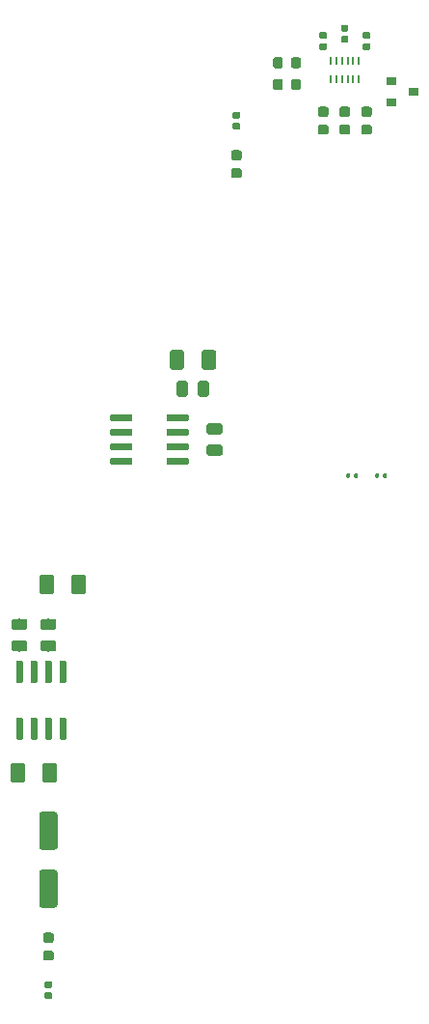
<source format=gbr>
G04 #@! TF.GenerationSoftware,KiCad,Pcbnew,(5.1.2)-1*
G04 #@! TF.CreationDate,2020-04-16T17:30:29+02:00*
G04 #@! TF.ProjectId,Test-PCB_for_Arduino-DAC,54657374-2d50-4434-925f-666f725f4172,0.0.1*
G04 #@! TF.SameCoordinates,Original*
G04 #@! TF.FileFunction,Paste,Top*
G04 #@! TF.FilePolarity,Positive*
%FSLAX46Y46*%
G04 Gerber Fmt 4.6, Leading zero omitted, Abs format (unit mm)*
G04 Created by KiCad (PCBNEW (5.1.2)-1) date 2020-04-16 17:30:29*
%MOMM*%
%LPD*%
G04 APERTURE LIST*
%ADD10C,0.100000*%
%ADD11C,0.875000*%
%ADD12C,0.600000*%
%ADD13R,0.250000X0.700000*%
%ADD14C,0.975000*%
%ADD15C,0.590000*%
%ADD16R,0.900000X0.800000*%
%ADD17C,0.318000*%
%ADD18C,1.250000*%
%ADD19C,1.600000*%
G04 APERTURE END LIST*
D10*
G36*
X94892691Y-54021053D02*
G01*
X94913926Y-54024203D01*
X94934750Y-54029419D01*
X94954962Y-54036651D01*
X94974368Y-54045830D01*
X94992781Y-54056866D01*
X95010024Y-54069654D01*
X95025930Y-54084070D01*
X95040346Y-54099976D01*
X95053134Y-54117219D01*
X95064170Y-54135632D01*
X95073349Y-54155038D01*
X95080581Y-54175250D01*
X95085797Y-54196074D01*
X95088947Y-54217309D01*
X95090000Y-54238750D01*
X95090000Y-54676250D01*
X95088947Y-54697691D01*
X95085797Y-54718926D01*
X95080581Y-54739750D01*
X95073349Y-54759962D01*
X95064170Y-54779368D01*
X95053134Y-54797781D01*
X95040346Y-54815024D01*
X95025930Y-54830930D01*
X95010024Y-54845346D01*
X94992781Y-54858134D01*
X94974368Y-54869170D01*
X94954962Y-54878349D01*
X94934750Y-54885581D01*
X94913926Y-54890797D01*
X94892691Y-54893947D01*
X94871250Y-54895000D01*
X94358750Y-54895000D01*
X94337309Y-54893947D01*
X94316074Y-54890797D01*
X94295250Y-54885581D01*
X94275038Y-54878349D01*
X94255632Y-54869170D01*
X94237219Y-54858134D01*
X94219976Y-54845346D01*
X94204070Y-54830930D01*
X94189654Y-54815024D01*
X94176866Y-54797781D01*
X94165830Y-54779368D01*
X94156651Y-54759962D01*
X94149419Y-54739750D01*
X94144203Y-54718926D01*
X94141053Y-54697691D01*
X94140000Y-54676250D01*
X94140000Y-54238750D01*
X94141053Y-54217309D01*
X94144203Y-54196074D01*
X94149419Y-54175250D01*
X94156651Y-54155038D01*
X94165830Y-54135632D01*
X94176866Y-54117219D01*
X94189654Y-54099976D01*
X94204070Y-54084070D01*
X94219976Y-54069654D01*
X94237219Y-54056866D01*
X94255632Y-54045830D01*
X94275038Y-54036651D01*
X94295250Y-54029419D01*
X94316074Y-54024203D01*
X94337309Y-54021053D01*
X94358750Y-54020000D01*
X94871250Y-54020000D01*
X94892691Y-54021053D01*
X94892691Y-54021053D01*
G37*
D11*
X94615000Y-54457500D03*
D10*
G36*
X94892691Y-55596053D02*
G01*
X94913926Y-55599203D01*
X94934750Y-55604419D01*
X94954962Y-55611651D01*
X94974368Y-55620830D01*
X94992781Y-55631866D01*
X95010024Y-55644654D01*
X95025930Y-55659070D01*
X95040346Y-55674976D01*
X95053134Y-55692219D01*
X95064170Y-55710632D01*
X95073349Y-55730038D01*
X95080581Y-55750250D01*
X95085797Y-55771074D01*
X95088947Y-55792309D01*
X95090000Y-55813750D01*
X95090000Y-56251250D01*
X95088947Y-56272691D01*
X95085797Y-56293926D01*
X95080581Y-56314750D01*
X95073349Y-56334962D01*
X95064170Y-56354368D01*
X95053134Y-56372781D01*
X95040346Y-56390024D01*
X95025930Y-56405930D01*
X95010024Y-56420346D01*
X94992781Y-56433134D01*
X94974368Y-56444170D01*
X94954962Y-56453349D01*
X94934750Y-56460581D01*
X94913926Y-56465797D01*
X94892691Y-56468947D01*
X94871250Y-56470000D01*
X94358750Y-56470000D01*
X94337309Y-56468947D01*
X94316074Y-56465797D01*
X94295250Y-56460581D01*
X94275038Y-56453349D01*
X94255632Y-56444170D01*
X94237219Y-56433134D01*
X94219976Y-56420346D01*
X94204070Y-56405930D01*
X94189654Y-56390024D01*
X94176866Y-56372781D01*
X94165830Y-56354368D01*
X94156651Y-56334962D01*
X94149419Y-56314750D01*
X94144203Y-56293926D01*
X94141053Y-56272691D01*
X94140000Y-56251250D01*
X94140000Y-55813750D01*
X94141053Y-55792309D01*
X94144203Y-55771074D01*
X94149419Y-55750250D01*
X94156651Y-55730038D01*
X94165830Y-55710632D01*
X94176866Y-55692219D01*
X94189654Y-55674976D01*
X94204070Y-55659070D01*
X94219976Y-55644654D01*
X94237219Y-55631866D01*
X94255632Y-55620830D01*
X94275038Y-55611651D01*
X94295250Y-55604419D01*
X94316074Y-55599203D01*
X94337309Y-55596053D01*
X94358750Y-55595000D01*
X94871250Y-55595000D01*
X94892691Y-55596053D01*
X94892691Y-55596053D01*
G37*
D11*
X94615000Y-56032500D03*
D10*
G36*
X90892691Y-49691053D02*
G01*
X90913926Y-49694203D01*
X90934750Y-49699419D01*
X90954962Y-49706651D01*
X90974368Y-49715830D01*
X90992781Y-49726866D01*
X91010024Y-49739654D01*
X91025930Y-49754070D01*
X91040346Y-49769976D01*
X91053134Y-49787219D01*
X91064170Y-49805632D01*
X91073349Y-49825038D01*
X91080581Y-49845250D01*
X91085797Y-49866074D01*
X91088947Y-49887309D01*
X91090000Y-49908750D01*
X91090000Y-50421250D01*
X91088947Y-50442691D01*
X91085797Y-50463926D01*
X91080581Y-50484750D01*
X91073349Y-50504962D01*
X91064170Y-50524368D01*
X91053134Y-50542781D01*
X91040346Y-50560024D01*
X91025930Y-50575930D01*
X91010024Y-50590346D01*
X90992781Y-50603134D01*
X90974368Y-50614170D01*
X90954962Y-50623349D01*
X90934750Y-50630581D01*
X90913926Y-50635797D01*
X90892691Y-50638947D01*
X90871250Y-50640000D01*
X90433750Y-50640000D01*
X90412309Y-50638947D01*
X90391074Y-50635797D01*
X90370250Y-50630581D01*
X90350038Y-50623349D01*
X90330632Y-50614170D01*
X90312219Y-50603134D01*
X90294976Y-50590346D01*
X90279070Y-50575930D01*
X90264654Y-50560024D01*
X90251866Y-50542781D01*
X90240830Y-50524368D01*
X90231651Y-50504962D01*
X90224419Y-50484750D01*
X90219203Y-50463926D01*
X90216053Y-50442691D01*
X90215000Y-50421250D01*
X90215000Y-49908750D01*
X90216053Y-49887309D01*
X90219203Y-49866074D01*
X90224419Y-49845250D01*
X90231651Y-49825038D01*
X90240830Y-49805632D01*
X90251866Y-49787219D01*
X90264654Y-49769976D01*
X90279070Y-49754070D01*
X90294976Y-49739654D01*
X90312219Y-49726866D01*
X90330632Y-49715830D01*
X90350038Y-49706651D01*
X90370250Y-49699419D01*
X90391074Y-49694203D01*
X90412309Y-49691053D01*
X90433750Y-49690000D01*
X90871250Y-49690000D01*
X90892691Y-49691053D01*
X90892691Y-49691053D01*
G37*
D11*
X90652500Y-50165000D03*
D10*
G36*
X92467691Y-49691053D02*
G01*
X92488926Y-49694203D01*
X92509750Y-49699419D01*
X92529962Y-49706651D01*
X92549368Y-49715830D01*
X92567781Y-49726866D01*
X92585024Y-49739654D01*
X92600930Y-49754070D01*
X92615346Y-49769976D01*
X92628134Y-49787219D01*
X92639170Y-49805632D01*
X92648349Y-49825038D01*
X92655581Y-49845250D01*
X92660797Y-49866074D01*
X92663947Y-49887309D01*
X92665000Y-49908750D01*
X92665000Y-50421250D01*
X92663947Y-50442691D01*
X92660797Y-50463926D01*
X92655581Y-50484750D01*
X92648349Y-50504962D01*
X92639170Y-50524368D01*
X92628134Y-50542781D01*
X92615346Y-50560024D01*
X92600930Y-50575930D01*
X92585024Y-50590346D01*
X92567781Y-50603134D01*
X92549368Y-50614170D01*
X92529962Y-50623349D01*
X92509750Y-50630581D01*
X92488926Y-50635797D01*
X92467691Y-50638947D01*
X92446250Y-50640000D01*
X92008750Y-50640000D01*
X91987309Y-50638947D01*
X91966074Y-50635797D01*
X91945250Y-50630581D01*
X91925038Y-50623349D01*
X91905632Y-50614170D01*
X91887219Y-50603134D01*
X91869976Y-50590346D01*
X91854070Y-50575930D01*
X91839654Y-50560024D01*
X91826866Y-50542781D01*
X91815830Y-50524368D01*
X91806651Y-50504962D01*
X91799419Y-50484750D01*
X91794203Y-50463926D01*
X91791053Y-50442691D01*
X91790000Y-50421250D01*
X91790000Y-49908750D01*
X91791053Y-49887309D01*
X91794203Y-49866074D01*
X91799419Y-49845250D01*
X91806651Y-49825038D01*
X91815830Y-49805632D01*
X91826866Y-49787219D01*
X91839654Y-49769976D01*
X91854070Y-49754070D01*
X91869976Y-49739654D01*
X91887219Y-49726866D01*
X91905632Y-49715830D01*
X91925038Y-49706651D01*
X91945250Y-49699419D01*
X91966074Y-49694203D01*
X91987309Y-49691053D01*
X92008750Y-49690000D01*
X92446250Y-49690000D01*
X92467691Y-49691053D01*
X92467691Y-49691053D01*
G37*
D11*
X92227500Y-50165000D03*
D10*
G36*
X96797691Y-54021053D02*
G01*
X96818926Y-54024203D01*
X96839750Y-54029419D01*
X96859962Y-54036651D01*
X96879368Y-54045830D01*
X96897781Y-54056866D01*
X96915024Y-54069654D01*
X96930930Y-54084070D01*
X96945346Y-54099976D01*
X96958134Y-54117219D01*
X96969170Y-54135632D01*
X96978349Y-54155038D01*
X96985581Y-54175250D01*
X96990797Y-54196074D01*
X96993947Y-54217309D01*
X96995000Y-54238750D01*
X96995000Y-54676250D01*
X96993947Y-54697691D01*
X96990797Y-54718926D01*
X96985581Y-54739750D01*
X96978349Y-54759962D01*
X96969170Y-54779368D01*
X96958134Y-54797781D01*
X96945346Y-54815024D01*
X96930930Y-54830930D01*
X96915024Y-54845346D01*
X96897781Y-54858134D01*
X96879368Y-54869170D01*
X96859962Y-54878349D01*
X96839750Y-54885581D01*
X96818926Y-54890797D01*
X96797691Y-54893947D01*
X96776250Y-54895000D01*
X96263750Y-54895000D01*
X96242309Y-54893947D01*
X96221074Y-54890797D01*
X96200250Y-54885581D01*
X96180038Y-54878349D01*
X96160632Y-54869170D01*
X96142219Y-54858134D01*
X96124976Y-54845346D01*
X96109070Y-54830930D01*
X96094654Y-54815024D01*
X96081866Y-54797781D01*
X96070830Y-54779368D01*
X96061651Y-54759962D01*
X96054419Y-54739750D01*
X96049203Y-54718926D01*
X96046053Y-54697691D01*
X96045000Y-54676250D01*
X96045000Y-54238750D01*
X96046053Y-54217309D01*
X96049203Y-54196074D01*
X96054419Y-54175250D01*
X96061651Y-54155038D01*
X96070830Y-54135632D01*
X96081866Y-54117219D01*
X96094654Y-54099976D01*
X96109070Y-54084070D01*
X96124976Y-54069654D01*
X96142219Y-54056866D01*
X96160632Y-54045830D01*
X96180038Y-54036651D01*
X96200250Y-54029419D01*
X96221074Y-54024203D01*
X96242309Y-54021053D01*
X96263750Y-54020000D01*
X96776250Y-54020000D01*
X96797691Y-54021053D01*
X96797691Y-54021053D01*
G37*
D11*
X96520000Y-54457500D03*
D10*
G36*
X96797691Y-55596053D02*
G01*
X96818926Y-55599203D01*
X96839750Y-55604419D01*
X96859962Y-55611651D01*
X96879368Y-55620830D01*
X96897781Y-55631866D01*
X96915024Y-55644654D01*
X96930930Y-55659070D01*
X96945346Y-55674976D01*
X96958134Y-55692219D01*
X96969170Y-55710632D01*
X96978349Y-55730038D01*
X96985581Y-55750250D01*
X96990797Y-55771074D01*
X96993947Y-55792309D01*
X96995000Y-55813750D01*
X96995000Y-56251250D01*
X96993947Y-56272691D01*
X96990797Y-56293926D01*
X96985581Y-56314750D01*
X96978349Y-56334962D01*
X96969170Y-56354368D01*
X96958134Y-56372781D01*
X96945346Y-56390024D01*
X96930930Y-56405930D01*
X96915024Y-56420346D01*
X96897781Y-56433134D01*
X96879368Y-56444170D01*
X96859962Y-56453349D01*
X96839750Y-56460581D01*
X96818926Y-56465797D01*
X96797691Y-56468947D01*
X96776250Y-56470000D01*
X96263750Y-56470000D01*
X96242309Y-56468947D01*
X96221074Y-56465797D01*
X96200250Y-56460581D01*
X96180038Y-56453349D01*
X96160632Y-56444170D01*
X96142219Y-56433134D01*
X96124976Y-56420346D01*
X96109070Y-56405930D01*
X96094654Y-56390024D01*
X96081866Y-56372781D01*
X96070830Y-56354368D01*
X96061651Y-56334962D01*
X96054419Y-56314750D01*
X96049203Y-56293926D01*
X96046053Y-56272691D01*
X96045000Y-56251250D01*
X96045000Y-55813750D01*
X96046053Y-55792309D01*
X96049203Y-55771074D01*
X96054419Y-55750250D01*
X96061651Y-55730038D01*
X96070830Y-55710632D01*
X96081866Y-55692219D01*
X96094654Y-55674976D01*
X96109070Y-55659070D01*
X96124976Y-55644654D01*
X96142219Y-55631866D01*
X96160632Y-55620830D01*
X96180038Y-55611651D01*
X96200250Y-55604419D01*
X96221074Y-55599203D01*
X96242309Y-55596053D01*
X96263750Y-55595000D01*
X96776250Y-55595000D01*
X96797691Y-55596053D01*
X96797691Y-55596053D01*
G37*
D11*
X96520000Y-56032500D03*
D10*
G36*
X98702691Y-54021053D02*
G01*
X98723926Y-54024203D01*
X98744750Y-54029419D01*
X98764962Y-54036651D01*
X98784368Y-54045830D01*
X98802781Y-54056866D01*
X98820024Y-54069654D01*
X98835930Y-54084070D01*
X98850346Y-54099976D01*
X98863134Y-54117219D01*
X98874170Y-54135632D01*
X98883349Y-54155038D01*
X98890581Y-54175250D01*
X98895797Y-54196074D01*
X98898947Y-54217309D01*
X98900000Y-54238750D01*
X98900000Y-54676250D01*
X98898947Y-54697691D01*
X98895797Y-54718926D01*
X98890581Y-54739750D01*
X98883349Y-54759962D01*
X98874170Y-54779368D01*
X98863134Y-54797781D01*
X98850346Y-54815024D01*
X98835930Y-54830930D01*
X98820024Y-54845346D01*
X98802781Y-54858134D01*
X98784368Y-54869170D01*
X98764962Y-54878349D01*
X98744750Y-54885581D01*
X98723926Y-54890797D01*
X98702691Y-54893947D01*
X98681250Y-54895000D01*
X98168750Y-54895000D01*
X98147309Y-54893947D01*
X98126074Y-54890797D01*
X98105250Y-54885581D01*
X98085038Y-54878349D01*
X98065632Y-54869170D01*
X98047219Y-54858134D01*
X98029976Y-54845346D01*
X98014070Y-54830930D01*
X97999654Y-54815024D01*
X97986866Y-54797781D01*
X97975830Y-54779368D01*
X97966651Y-54759962D01*
X97959419Y-54739750D01*
X97954203Y-54718926D01*
X97951053Y-54697691D01*
X97950000Y-54676250D01*
X97950000Y-54238750D01*
X97951053Y-54217309D01*
X97954203Y-54196074D01*
X97959419Y-54175250D01*
X97966651Y-54155038D01*
X97975830Y-54135632D01*
X97986866Y-54117219D01*
X97999654Y-54099976D01*
X98014070Y-54084070D01*
X98029976Y-54069654D01*
X98047219Y-54056866D01*
X98065632Y-54045830D01*
X98085038Y-54036651D01*
X98105250Y-54029419D01*
X98126074Y-54024203D01*
X98147309Y-54021053D01*
X98168750Y-54020000D01*
X98681250Y-54020000D01*
X98702691Y-54021053D01*
X98702691Y-54021053D01*
G37*
D11*
X98425000Y-54457500D03*
D10*
G36*
X98702691Y-55596053D02*
G01*
X98723926Y-55599203D01*
X98744750Y-55604419D01*
X98764962Y-55611651D01*
X98784368Y-55620830D01*
X98802781Y-55631866D01*
X98820024Y-55644654D01*
X98835930Y-55659070D01*
X98850346Y-55674976D01*
X98863134Y-55692219D01*
X98874170Y-55710632D01*
X98883349Y-55730038D01*
X98890581Y-55750250D01*
X98895797Y-55771074D01*
X98898947Y-55792309D01*
X98900000Y-55813750D01*
X98900000Y-56251250D01*
X98898947Y-56272691D01*
X98895797Y-56293926D01*
X98890581Y-56314750D01*
X98883349Y-56334962D01*
X98874170Y-56354368D01*
X98863134Y-56372781D01*
X98850346Y-56390024D01*
X98835930Y-56405930D01*
X98820024Y-56420346D01*
X98802781Y-56433134D01*
X98784368Y-56444170D01*
X98764962Y-56453349D01*
X98744750Y-56460581D01*
X98723926Y-56465797D01*
X98702691Y-56468947D01*
X98681250Y-56470000D01*
X98168750Y-56470000D01*
X98147309Y-56468947D01*
X98126074Y-56465797D01*
X98105250Y-56460581D01*
X98085038Y-56453349D01*
X98065632Y-56444170D01*
X98047219Y-56433134D01*
X98029976Y-56420346D01*
X98014070Y-56405930D01*
X97999654Y-56390024D01*
X97986866Y-56372781D01*
X97975830Y-56354368D01*
X97966651Y-56334962D01*
X97959419Y-56314750D01*
X97954203Y-56293926D01*
X97951053Y-56272691D01*
X97950000Y-56251250D01*
X97950000Y-55813750D01*
X97951053Y-55792309D01*
X97954203Y-55771074D01*
X97959419Y-55750250D01*
X97966651Y-55730038D01*
X97975830Y-55710632D01*
X97986866Y-55692219D01*
X97999654Y-55674976D01*
X98014070Y-55659070D01*
X98029976Y-55644654D01*
X98047219Y-55631866D01*
X98065632Y-55620830D01*
X98085038Y-55611651D01*
X98105250Y-55604419D01*
X98126074Y-55599203D01*
X98147309Y-55596053D01*
X98168750Y-55595000D01*
X98681250Y-55595000D01*
X98702691Y-55596053D01*
X98702691Y-55596053D01*
G37*
D11*
X98425000Y-56032500D03*
D10*
G36*
X68109703Y-102595722D02*
G01*
X68124264Y-102597882D01*
X68138543Y-102601459D01*
X68152403Y-102606418D01*
X68165710Y-102612712D01*
X68178336Y-102620280D01*
X68190159Y-102629048D01*
X68201066Y-102638934D01*
X68210952Y-102649841D01*
X68219720Y-102661664D01*
X68227288Y-102674290D01*
X68233582Y-102687597D01*
X68238541Y-102701457D01*
X68242118Y-102715736D01*
X68244278Y-102730297D01*
X68245000Y-102745000D01*
X68245000Y-104395000D01*
X68244278Y-104409703D01*
X68242118Y-104424264D01*
X68238541Y-104438543D01*
X68233582Y-104452403D01*
X68227288Y-104465710D01*
X68219720Y-104478336D01*
X68210952Y-104490159D01*
X68201066Y-104501066D01*
X68190159Y-104510952D01*
X68178336Y-104519720D01*
X68165710Y-104527288D01*
X68152403Y-104533582D01*
X68138543Y-104538541D01*
X68124264Y-104542118D01*
X68109703Y-104544278D01*
X68095000Y-104545000D01*
X67795000Y-104545000D01*
X67780297Y-104544278D01*
X67765736Y-104542118D01*
X67751457Y-104538541D01*
X67737597Y-104533582D01*
X67724290Y-104527288D01*
X67711664Y-104519720D01*
X67699841Y-104510952D01*
X67688934Y-104501066D01*
X67679048Y-104490159D01*
X67670280Y-104478336D01*
X67662712Y-104465710D01*
X67656418Y-104452403D01*
X67651459Y-104438543D01*
X67647882Y-104424264D01*
X67645722Y-104409703D01*
X67645000Y-104395000D01*
X67645000Y-102745000D01*
X67645722Y-102730297D01*
X67647882Y-102715736D01*
X67651459Y-102701457D01*
X67656418Y-102687597D01*
X67662712Y-102674290D01*
X67670280Y-102661664D01*
X67679048Y-102649841D01*
X67688934Y-102638934D01*
X67699841Y-102629048D01*
X67711664Y-102620280D01*
X67724290Y-102612712D01*
X67737597Y-102606418D01*
X67751457Y-102601459D01*
X67765736Y-102597882D01*
X67780297Y-102595722D01*
X67795000Y-102595000D01*
X68095000Y-102595000D01*
X68109703Y-102595722D01*
X68109703Y-102595722D01*
G37*
D12*
X67945000Y-103570000D03*
D10*
G36*
X69379703Y-102595722D02*
G01*
X69394264Y-102597882D01*
X69408543Y-102601459D01*
X69422403Y-102606418D01*
X69435710Y-102612712D01*
X69448336Y-102620280D01*
X69460159Y-102629048D01*
X69471066Y-102638934D01*
X69480952Y-102649841D01*
X69489720Y-102661664D01*
X69497288Y-102674290D01*
X69503582Y-102687597D01*
X69508541Y-102701457D01*
X69512118Y-102715736D01*
X69514278Y-102730297D01*
X69515000Y-102745000D01*
X69515000Y-104395000D01*
X69514278Y-104409703D01*
X69512118Y-104424264D01*
X69508541Y-104438543D01*
X69503582Y-104452403D01*
X69497288Y-104465710D01*
X69489720Y-104478336D01*
X69480952Y-104490159D01*
X69471066Y-104501066D01*
X69460159Y-104510952D01*
X69448336Y-104519720D01*
X69435710Y-104527288D01*
X69422403Y-104533582D01*
X69408543Y-104538541D01*
X69394264Y-104542118D01*
X69379703Y-104544278D01*
X69365000Y-104545000D01*
X69065000Y-104545000D01*
X69050297Y-104544278D01*
X69035736Y-104542118D01*
X69021457Y-104538541D01*
X69007597Y-104533582D01*
X68994290Y-104527288D01*
X68981664Y-104519720D01*
X68969841Y-104510952D01*
X68958934Y-104501066D01*
X68949048Y-104490159D01*
X68940280Y-104478336D01*
X68932712Y-104465710D01*
X68926418Y-104452403D01*
X68921459Y-104438543D01*
X68917882Y-104424264D01*
X68915722Y-104409703D01*
X68915000Y-104395000D01*
X68915000Y-102745000D01*
X68915722Y-102730297D01*
X68917882Y-102715736D01*
X68921459Y-102701457D01*
X68926418Y-102687597D01*
X68932712Y-102674290D01*
X68940280Y-102661664D01*
X68949048Y-102649841D01*
X68958934Y-102638934D01*
X68969841Y-102629048D01*
X68981664Y-102620280D01*
X68994290Y-102612712D01*
X69007597Y-102606418D01*
X69021457Y-102601459D01*
X69035736Y-102597882D01*
X69050297Y-102595722D01*
X69065000Y-102595000D01*
X69365000Y-102595000D01*
X69379703Y-102595722D01*
X69379703Y-102595722D01*
G37*
D12*
X69215000Y-103570000D03*
D10*
G36*
X70649703Y-102595722D02*
G01*
X70664264Y-102597882D01*
X70678543Y-102601459D01*
X70692403Y-102606418D01*
X70705710Y-102612712D01*
X70718336Y-102620280D01*
X70730159Y-102629048D01*
X70741066Y-102638934D01*
X70750952Y-102649841D01*
X70759720Y-102661664D01*
X70767288Y-102674290D01*
X70773582Y-102687597D01*
X70778541Y-102701457D01*
X70782118Y-102715736D01*
X70784278Y-102730297D01*
X70785000Y-102745000D01*
X70785000Y-104395000D01*
X70784278Y-104409703D01*
X70782118Y-104424264D01*
X70778541Y-104438543D01*
X70773582Y-104452403D01*
X70767288Y-104465710D01*
X70759720Y-104478336D01*
X70750952Y-104490159D01*
X70741066Y-104501066D01*
X70730159Y-104510952D01*
X70718336Y-104519720D01*
X70705710Y-104527288D01*
X70692403Y-104533582D01*
X70678543Y-104538541D01*
X70664264Y-104542118D01*
X70649703Y-104544278D01*
X70635000Y-104545000D01*
X70335000Y-104545000D01*
X70320297Y-104544278D01*
X70305736Y-104542118D01*
X70291457Y-104538541D01*
X70277597Y-104533582D01*
X70264290Y-104527288D01*
X70251664Y-104519720D01*
X70239841Y-104510952D01*
X70228934Y-104501066D01*
X70219048Y-104490159D01*
X70210280Y-104478336D01*
X70202712Y-104465710D01*
X70196418Y-104452403D01*
X70191459Y-104438543D01*
X70187882Y-104424264D01*
X70185722Y-104409703D01*
X70185000Y-104395000D01*
X70185000Y-102745000D01*
X70185722Y-102730297D01*
X70187882Y-102715736D01*
X70191459Y-102701457D01*
X70196418Y-102687597D01*
X70202712Y-102674290D01*
X70210280Y-102661664D01*
X70219048Y-102649841D01*
X70228934Y-102638934D01*
X70239841Y-102629048D01*
X70251664Y-102620280D01*
X70264290Y-102612712D01*
X70277597Y-102606418D01*
X70291457Y-102601459D01*
X70305736Y-102597882D01*
X70320297Y-102595722D01*
X70335000Y-102595000D01*
X70635000Y-102595000D01*
X70649703Y-102595722D01*
X70649703Y-102595722D01*
G37*
D12*
X70485000Y-103570000D03*
D10*
G36*
X71919703Y-102595722D02*
G01*
X71934264Y-102597882D01*
X71948543Y-102601459D01*
X71962403Y-102606418D01*
X71975710Y-102612712D01*
X71988336Y-102620280D01*
X72000159Y-102629048D01*
X72011066Y-102638934D01*
X72020952Y-102649841D01*
X72029720Y-102661664D01*
X72037288Y-102674290D01*
X72043582Y-102687597D01*
X72048541Y-102701457D01*
X72052118Y-102715736D01*
X72054278Y-102730297D01*
X72055000Y-102745000D01*
X72055000Y-104395000D01*
X72054278Y-104409703D01*
X72052118Y-104424264D01*
X72048541Y-104438543D01*
X72043582Y-104452403D01*
X72037288Y-104465710D01*
X72029720Y-104478336D01*
X72020952Y-104490159D01*
X72011066Y-104501066D01*
X72000159Y-104510952D01*
X71988336Y-104519720D01*
X71975710Y-104527288D01*
X71962403Y-104533582D01*
X71948543Y-104538541D01*
X71934264Y-104542118D01*
X71919703Y-104544278D01*
X71905000Y-104545000D01*
X71605000Y-104545000D01*
X71590297Y-104544278D01*
X71575736Y-104542118D01*
X71561457Y-104538541D01*
X71547597Y-104533582D01*
X71534290Y-104527288D01*
X71521664Y-104519720D01*
X71509841Y-104510952D01*
X71498934Y-104501066D01*
X71489048Y-104490159D01*
X71480280Y-104478336D01*
X71472712Y-104465710D01*
X71466418Y-104452403D01*
X71461459Y-104438543D01*
X71457882Y-104424264D01*
X71455722Y-104409703D01*
X71455000Y-104395000D01*
X71455000Y-102745000D01*
X71455722Y-102730297D01*
X71457882Y-102715736D01*
X71461459Y-102701457D01*
X71466418Y-102687597D01*
X71472712Y-102674290D01*
X71480280Y-102661664D01*
X71489048Y-102649841D01*
X71498934Y-102638934D01*
X71509841Y-102629048D01*
X71521664Y-102620280D01*
X71534290Y-102612712D01*
X71547597Y-102606418D01*
X71561457Y-102601459D01*
X71575736Y-102597882D01*
X71590297Y-102595722D01*
X71605000Y-102595000D01*
X71905000Y-102595000D01*
X71919703Y-102595722D01*
X71919703Y-102595722D01*
G37*
D12*
X71755000Y-103570000D03*
D10*
G36*
X71919703Y-107545722D02*
G01*
X71934264Y-107547882D01*
X71948543Y-107551459D01*
X71962403Y-107556418D01*
X71975710Y-107562712D01*
X71988336Y-107570280D01*
X72000159Y-107579048D01*
X72011066Y-107588934D01*
X72020952Y-107599841D01*
X72029720Y-107611664D01*
X72037288Y-107624290D01*
X72043582Y-107637597D01*
X72048541Y-107651457D01*
X72052118Y-107665736D01*
X72054278Y-107680297D01*
X72055000Y-107695000D01*
X72055000Y-109345000D01*
X72054278Y-109359703D01*
X72052118Y-109374264D01*
X72048541Y-109388543D01*
X72043582Y-109402403D01*
X72037288Y-109415710D01*
X72029720Y-109428336D01*
X72020952Y-109440159D01*
X72011066Y-109451066D01*
X72000159Y-109460952D01*
X71988336Y-109469720D01*
X71975710Y-109477288D01*
X71962403Y-109483582D01*
X71948543Y-109488541D01*
X71934264Y-109492118D01*
X71919703Y-109494278D01*
X71905000Y-109495000D01*
X71605000Y-109495000D01*
X71590297Y-109494278D01*
X71575736Y-109492118D01*
X71561457Y-109488541D01*
X71547597Y-109483582D01*
X71534290Y-109477288D01*
X71521664Y-109469720D01*
X71509841Y-109460952D01*
X71498934Y-109451066D01*
X71489048Y-109440159D01*
X71480280Y-109428336D01*
X71472712Y-109415710D01*
X71466418Y-109402403D01*
X71461459Y-109388543D01*
X71457882Y-109374264D01*
X71455722Y-109359703D01*
X71455000Y-109345000D01*
X71455000Y-107695000D01*
X71455722Y-107680297D01*
X71457882Y-107665736D01*
X71461459Y-107651457D01*
X71466418Y-107637597D01*
X71472712Y-107624290D01*
X71480280Y-107611664D01*
X71489048Y-107599841D01*
X71498934Y-107588934D01*
X71509841Y-107579048D01*
X71521664Y-107570280D01*
X71534290Y-107562712D01*
X71547597Y-107556418D01*
X71561457Y-107551459D01*
X71575736Y-107547882D01*
X71590297Y-107545722D01*
X71605000Y-107545000D01*
X71905000Y-107545000D01*
X71919703Y-107545722D01*
X71919703Y-107545722D01*
G37*
D12*
X71755000Y-108520000D03*
D10*
G36*
X70649703Y-107545722D02*
G01*
X70664264Y-107547882D01*
X70678543Y-107551459D01*
X70692403Y-107556418D01*
X70705710Y-107562712D01*
X70718336Y-107570280D01*
X70730159Y-107579048D01*
X70741066Y-107588934D01*
X70750952Y-107599841D01*
X70759720Y-107611664D01*
X70767288Y-107624290D01*
X70773582Y-107637597D01*
X70778541Y-107651457D01*
X70782118Y-107665736D01*
X70784278Y-107680297D01*
X70785000Y-107695000D01*
X70785000Y-109345000D01*
X70784278Y-109359703D01*
X70782118Y-109374264D01*
X70778541Y-109388543D01*
X70773582Y-109402403D01*
X70767288Y-109415710D01*
X70759720Y-109428336D01*
X70750952Y-109440159D01*
X70741066Y-109451066D01*
X70730159Y-109460952D01*
X70718336Y-109469720D01*
X70705710Y-109477288D01*
X70692403Y-109483582D01*
X70678543Y-109488541D01*
X70664264Y-109492118D01*
X70649703Y-109494278D01*
X70635000Y-109495000D01*
X70335000Y-109495000D01*
X70320297Y-109494278D01*
X70305736Y-109492118D01*
X70291457Y-109488541D01*
X70277597Y-109483582D01*
X70264290Y-109477288D01*
X70251664Y-109469720D01*
X70239841Y-109460952D01*
X70228934Y-109451066D01*
X70219048Y-109440159D01*
X70210280Y-109428336D01*
X70202712Y-109415710D01*
X70196418Y-109402403D01*
X70191459Y-109388543D01*
X70187882Y-109374264D01*
X70185722Y-109359703D01*
X70185000Y-109345000D01*
X70185000Y-107695000D01*
X70185722Y-107680297D01*
X70187882Y-107665736D01*
X70191459Y-107651457D01*
X70196418Y-107637597D01*
X70202712Y-107624290D01*
X70210280Y-107611664D01*
X70219048Y-107599841D01*
X70228934Y-107588934D01*
X70239841Y-107579048D01*
X70251664Y-107570280D01*
X70264290Y-107562712D01*
X70277597Y-107556418D01*
X70291457Y-107551459D01*
X70305736Y-107547882D01*
X70320297Y-107545722D01*
X70335000Y-107545000D01*
X70635000Y-107545000D01*
X70649703Y-107545722D01*
X70649703Y-107545722D01*
G37*
D12*
X70485000Y-108520000D03*
D10*
G36*
X69379703Y-107545722D02*
G01*
X69394264Y-107547882D01*
X69408543Y-107551459D01*
X69422403Y-107556418D01*
X69435710Y-107562712D01*
X69448336Y-107570280D01*
X69460159Y-107579048D01*
X69471066Y-107588934D01*
X69480952Y-107599841D01*
X69489720Y-107611664D01*
X69497288Y-107624290D01*
X69503582Y-107637597D01*
X69508541Y-107651457D01*
X69512118Y-107665736D01*
X69514278Y-107680297D01*
X69515000Y-107695000D01*
X69515000Y-109345000D01*
X69514278Y-109359703D01*
X69512118Y-109374264D01*
X69508541Y-109388543D01*
X69503582Y-109402403D01*
X69497288Y-109415710D01*
X69489720Y-109428336D01*
X69480952Y-109440159D01*
X69471066Y-109451066D01*
X69460159Y-109460952D01*
X69448336Y-109469720D01*
X69435710Y-109477288D01*
X69422403Y-109483582D01*
X69408543Y-109488541D01*
X69394264Y-109492118D01*
X69379703Y-109494278D01*
X69365000Y-109495000D01*
X69065000Y-109495000D01*
X69050297Y-109494278D01*
X69035736Y-109492118D01*
X69021457Y-109488541D01*
X69007597Y-109483582D01*
X68994290Y-109477288D01*
X68981664Y-109469720D01*
X68969841Y-109460952D01*
X68958934Y-109451066D01*
X68949048Y-109440159D01*
X68940280Y-109428336D01*
X68932712Y-109415710D01*
X68926418Y-109402403D01*
X68921459Y-109388543D01*
X68917882Y-109374264D01*
X68915722Y-109359703D01*
X68915000Y-109345000D01*
X68915000Y-107695000D01*
X68915722Y-107680297D01*
X68917882Y-107665736D01*
X68921459Y-107651457D01*
X68926418Y-107637597D01*
X68932712Y-107624290D01*
X68940280Y-107611664D01*
X68949048Y-107599841D01*
X68958934Y-107588934D01*
X68969841Y-107579048D01*
X68981664Y-107570280D01*
X68994290Y-107562712D01*
X69007597Y-107556418D01*
X69021457Y-107551459D01*
X69035736Y-107547882D01*
X69050297Y-107545722D01*
X69065000Y-107545000D01*
X69365000Y-107545000D01*
X69379703Y-107545722D01*
X69379703Y-107545722D01*
G37*
D12*
X69215000Y-108520000D03*
D10*
G36*
X68109703Y-107545722D02*
G01*
X68124264Y-107547882D01*
X68138543Y-107551459D01*
X68152403Y-107556418D01*
X68165710Y-107562712D01*
X68178336Y-107570280D01*
X68190159Y-107579048D01*
X68201066Y-107588934D01*
X68210952Y-107599841D01*
X68219720Y-107611664D01*
X68227288Y-107624290D01*
X68233582Y-107637597D01*
X68238541Y-107651457D01*
X68242118Y-107665736D01*
X68244278Y-107680297D01*
X68245000Y-107695000D01*
X68245000Y-109345000D01*
X68244278Y-109359703D01*
X68242118Y-109374264D01*
X68238541Y-109388543D01*
X68233582Y-109402403D01*
X68227288Y-109415710D01*
X68219720Y-109428336D01*
X68210952Y-109440159D01*
X68201066Y-109451066D01*
X68190159Y-109460952D01*
X68178336Y-109469720D01*
X68165710Y-109477288D01*
X68152403Y-109483582D01*
X68138543Y-109488541D01*
X68124264Y-109492118D01*
X68109703Y-109494278D01*
X68095000Y-109495000D01*
X67795000Y-109495000D01*
X67780297Y-109494278D01*
X67765736Y-109492118D01*
X67751457Y-109488541D01*
X67737597Y-109483582D01*
X67724290Y-109477288D01*
X67711664Y-109469720D01*
X67699841Y-109460952D01*
X67688934Y-109451066D01*
X67679048Y-109440159D01*
X67670280Y-109428336D01*
X67662712Y-109415710D01*
X67656418Y-109402403D01*
X67651459Y-109388543D01*
X67647882Y-109374264D01*
X67645722Y-109359703D01*
X67645000Y-109345000D01*
X67645000Y-107695000D01*
X67645722Y-107680297D01*
X67647882Y-107665736D01*
X67651459Y-107651457D01*
X67656418Y-107637597D01*
X67662712Y-107624290D01*
X67670280Y-107611664D01*
X67679048Y-107599841D01*
X67688934Y-107588934D01*
X67699841Y-107579048D01*
X67711664Y-107570280D01*
X67724290Y-107562712D01*
X67737597Y-107556418D01*
X67751457Y-107551459D01*
X67765736Y-107547882D01*
X67780297Y-107545722D01*
X67795000Y-107545000D01*
X68095000Y-107545000D01*
X68109703Y-107545722D01*
X68109703Y-107545722D01*
G37*
D12*
X67945000Y-108520000D03*
D10*
G36*
X82689703Y-80980722D02*
G01*
X82704264Y-80982882D01*
X82718543Y-80986459D01*
X82732403Y-80991418D01*
X82745710Y-80997712D01*
X82758336Y-81005280D01*
X82770159Y-81014048D01*
X82781066Y-81023934D01*
X82790952Y-81034841D01*
X82799720Y-81046664D01*
X82807288Y-81059290D01*
X82813582Y-81072597D01*
X82818541Y-81086457D01*
X82822118Y-81100736D01*
X82824278Y-81115297D01*
X82825000Y-81130000D01*
X82825000Y-81430000D01*
X82824278Y-81444703D01*
X82822118Y-81459264D01*
X82818541Y-81473543D01*
X82813582Y-81487403D01*
X82807288Y-81500710D01*
X82799720Y-81513336D01*
X82790952Y-81525159D01*
X82781066Y-81536066D01*
X82770159Y-81545952D01*
X82758336Y-81554720D01*
X82745710Y-81562288D01*
X82732403Y-81568582D01*
X82718543Y-81573541D01*
X82704264Y-81577118D01*
X82689703Y-81579278D01*
X82675000Y-81580000D01*
X81025000Y-81580000D01*
X81010297Y-81579278D01*
X80995736Y-81577118D01*
X80981457Y-81573541D01*
X80967597Y-81568582D01*
X80954290Y-81562288D01*
X80941664Y-81554720D01*
X80929841Y-81545952D01*
X80918934Y-81536066D01*
X80909048Y-81525159D01*
X80900280Y-81513336D01*
X80892712Y-81500710D01*
X80886418Y-81487403D01*
X80881459Y-81473543D01*
X80877882Y-81459264D01*
X80875722Y-81444703D01*
X80875000Y-81430000D01*
X80875000Y-81130000D01*
X80875722Y-81115297D01*
X80877882Y-81100736D01*
X80881459Y-81086457D01*
X80886418Y-81072597D01*
X80892712Y-81059290D01*
X80900280Y-81046664D01*
X80909048Y-81034841D01*
X80918934Y-81023934D01*
X80929841Y-81014048D01*
X80941664Y-81005280D01*
X80954290Y-80997712D01*
X80967597Y-80991418D01*
X80981457Y-80986459D01*
X80995736Y-80982882D01*
X81010297Y-80980722D01*
X81025000Y-80980000D01*
X82675000Y-80980000D01*
X82689703Y-80980722D01*
X82689703Y-80980722D01*
G37*
D12*
X81850000Y-81280000D03*
D10*
G36*
X82689703Y-82250722D02*
G01*
X82704264Y-82252882D01*
X82718543Y-82256459D01*
X82732403Y-82261418D01*
X82745710Y-82267712D01*
X82758336Y-82275280D01*
X82770159Y-82284048D01*
X82781066Y-82293934D01*
X82790952Y-82304841D01*
X82799720Y-82316664D01*
X82807288Y-82329290D01*
X82813582Y-82342597D01*
X82818541Y-82356457D01*
X82822118Y-82370736D01*
X82824278Y-82385297D01*
X82825000Y-82400000D01*
X82825000Y-82700000D01*
X82824278Y-82714703D01*
X82822118Y-82729264D01*
X82818541Y-82743543D01*
X82813582Y-82757403D01*
X82807288Y-82770710D01*
X82799720Y-82783336D01*
X82790952Y-82795159D01*
X82781066Y-82806066D01*
X82770159Y-82815952D01*
X82758336Y-82824720D01*
X82745710Y-82832288D01*
X82732403Y-82838582D01*
X82718543Y-82843541D01*
X82704264Y-82847118D01*
X82689703Y-82849278D01*
X82675000Y-82850000D01*
X81025000Y-82850000D01*
X81010297Y-82849278D01*
X80995736Y-82847118D01*
X80981457Y-82843541D01*
X80967597Y-82838582D01*
X80954290Y-82832288D01*
X80941664Y-82824720D01*
X80929841Y-82815952D01*
X80918934Y-82806066D01*
X80909048Y-82795159D01*
X80900280Y-82783336D01*
X80892712Y-82770710D01*
X80886418Y-82757403D01*
X80881459Y-82743543D01*
X80877882Y-82729264D01*
X80875722Y-82714703D01*
X80875000Y-82700000D01*
X80875000Y-82400000D01*
X80875722Y-82385297D01*
X80877882Y-82370736D01*
X80881459Y-82356457D01*
X80886418Y-82342597D01*
X80892712Y-82329290D01*
X80900280Y-82316664D01*
X80909048Y-82304841D01*
X80918934Y-82293934D01*
X80929841Y-82284048D01*
X80941664Y-82275280D01*
X80954290Y-82267712D01*
X80967597Y-82261418D01*
X80981457Y-82256459D01*
X80995736Y-82252882D01*
X81010297Y-82250722D01*
X81025000Y-82250000D01*
X82675000Y-82250000D01*
X82689703Y-82250722D01*
X82689703Y-82250722D01*
G37*
D12*
X81850000Y-82550000D03*
D10*
G36*
X82689703Y-83520722D02*
G01*
X82704264Y-83522882D01*
X82718543Y-83526459D01*
X82732403Y-83531418D01*
X82745710Y-83537712D01*
X82758336Y-83545280D01*
X82770159Y-83554048D01*
X82781066Y-83563934D01*
X82790952Y-83574841D01*
X82799720Y-83586664D01*
X82807288Y-83599290D01*
X82813582Y-83612597D01*
X82818541Y-83626457D01*
X82822118Y-83640736D01*
X82824278Y-83655297D01*
X82825000Y-83670000D01*
X82825000Y-83970000D01*
X82824278Y-83984703D01*
X82822118Y-83999264D01*
X82818541Y-84013543D01*
X82813582Y-84027403D01*
X82807288Y-84040710D01*
X82799720Y-84053336D01*
X82790952Y-84065159D01*
X82781066Y-84076066D01*
X82770159Y-84085952D01*
X82758336Y-84094720D01*
X82745710Y-84102288D01*
X82732403Y-84108582D01*
X82718543Y-84113541D01*
X82704264Y-84117118D01*
X82689703Y-84119278D01*
X82675000Y-84120000D01*
X81025000Y-84120000D01*
X81010297Y-84119278D01*
X80995736Y-84117118D01*
X80981457Y-84113541D01*
X80967597Y-84108582D01*
X80954290Y-84102288D01*
X80941664Y-84094720D01*
X80929841Y-84085952D01*
X80918934Y-84076066D01*
X80909048Y-84065159D01*
X80900280Y-84053336D01*
X80892712Y-84040710D01*
X80886418Y-84027403D01*
X80881459Y-84013543D01*
X80877882Y-83999264D01*
X80875722Y-83984703D01*
X80875000Y-83970000D01*
X80875000Y-83670000D01*
X80875722Y-83655297D01*
X80877882Y-83640736D01*
X80881459Y-83626457D01*
X80886418Y-83612597D01*
X80892712Y-83599290D01*
X80900280Y-83586664D01*
X80909048Y-83574841D01*
X80918934Y-83563934D01*
X80929841Y-83554048D01*
X80941664Y-83545280D01*
X80954290Y-83537712D01*
X80967597Y-83531418D01*
X80981457Y-83526459D01*
X80995736Y-83522882D01*
X81010297Y-83520722D01*
X81025000Y-83520000D01*
X82675000Y-83520000D01*
X82689703Y-83520722D01*
X82689703Y-83520722D01*
G37*
D12*
X81850000Y-83820000D03*
D10*
G36*
X82689703Y-84790722D02*
G01*
X82704264Y-84792882D01*
X82718543Y-84796459D01*
X82732403Y-84801418D01*
X82745710Y-84807712D01*
X82758336Y-84815280D01*
X82770159Y-84824048D01*
X82781066Y-84833934D01*
X82790952Y-84844841D01*
X82799720Y-84856664D01*
X82807288Y-84869290D01*
X82813582Y-84882597D01*
X82818541Y-84896457D01*
X82822118Y-84910736D01*
X82824278Y-84925297D01*
X82825000Y-84940000D01*
X82825000Y-85240000D01*
X82824278Y-85254703D01*
X82822118Y-85269264D01*
X82818541Y-85283543D01*
X82813582Y-85297403D01*
X82807288Y-85310710D01*
X82799720Y-85323336D01*
X82790952Y-85335159D01*
X82781066Y-85346066D01*
X82770159Y-85355952D01*
X82758336Y-85364720D01*
X82745710Y-85372288D01*
X82732403Y-85378582D01*
X82718543Y-85383541D01*
X82704264Y-85387118D01*
X82689703Y-85389278D01*
X82675000Y-85390000D01*
X81025000Y-85390000D01*
X81010297Y-85389278D01*
X80995736Y-85387118D01*
X80981457Y-85383541D01*
X80967597Y-85378582D01*
X80954290Y-85372288D01*
X80941664Y-85364720D01*
X80929841Y-85355952D01*
X80918934Y-85346066D01*
X80909048Y-85335159D01*
X80900280Y-85323336D01*
X80892712Y-85310710D01*
X80886418Y-85297403D01*
X80881459Y-85283543D01*
X80877882Y-85269264D01*
X80875722Y-85254703D01*
X80875000Y-85240000D01*
X80875000Y-84940000D01*
X80875722Y-84925297D01*
X80877882Y-84910736D01*
X80881459Y-84896457D01*
X80886418Y-84882597D01*
X80892712Y-84869290D01*
X80900280Y-84856664D01*
X80909048Y-84844841D01*
X80918934Y-84833934D01*
X80929841Y-84824048D01*
X80941664Y-84815280D01*
X80954290Y-84807712D01*
X80967597Y-84801418D01*
X80981457Y-84796459D01*
X80995736Y-84792882D01*
X81010297Y-84790722D01*
X81025000Y-84790000D01*
X82675000Y-84790000D01*
X82689703Y-84790722D01*
X82689703Y-84790722D01*
G37*
D12*
X81850000Y-85090000D03*
D10*
G36*
X77739703Y-84790722D02*
G01*
X77754264Y-84792882D01*
X77768543Y-84796459D01*
X77782403Y-84801418D01*
X77795710Y-84807712D01*
X77808336Y-84815280D01*
X77820159Y-84824048D01*
X77831066Y-84833934D01*
X77840952Y-84844841D01*
X77849720Y-84856664D01*
X77857288Y-84869290D01*
X77863582Y-84882597D01*
X77868541Y-84896457D01*
X77872118Y-84910736D01*
X77874278Y-84925297D01*
X77875000Y-84940000D01*
X77875000Y-85240000D01*
X77874278Y-85254703D01*
X77872118Y-85269264D01*
X77868541Y-85283543D01*
X77863582Y-85297403D01*
X77857288Y-85310710D01*
X77849720Y-85323336D01*
X77840952Y-85335159D01*
X77831066Y-85346066D01*
X77820159Y-85355952D01*
X77808336Y-85364720D01*
X77795710Y-85372288D01*
X77782403Y-85378582D01*
X77768543Y-85383541D01*
X77754264Y-85387118D01*
X77739703Y-85389278D01*
X77725000Y-85390000D01*
X76075000Y-85390000D01*
X76060297Y-85389278D01*
X76045736Y-85387118D01*
X76031457Y-85383541D01*
X76017597Y-85378582D01*
X76004290Y-85372288D01*
X75991664Y-85364720D01*
X75979841Y-85355952D01*
X75968934Y-85346066D01*
X75959048Y-85335159D01*
X75950280Y-85323336D01*
X75942712Y-85310710D01*
X75936418Y-85297403D01*
X75931459Y-85283543D01*
X75927882Y-85269264D01*
X75925722Y-85254703D01*
X75925000Y-85240000D01*
X75925000Y-84940000D01*
X75925722Y-84925297D01*
X75927882Y-84910736D01*
X75931459Y-84896457D01*
X75936418Y-84882597D01*
X75942712Y-84869290D01*
X75950280Y-84856664D01*
X75959048Y-84844841D01*
X75968934Y-84833934D01*
X75979841Y-84824048D01*
X75991664Y-84815280D01*
X76004290Y-84807712D01*
X76017597Y-84801418D01*
X76031457Y-84796459D01*
X76045736Y-84792882D01*
X76060297Y-84790722D01*
X76075000Y-84790000D01*
X77725000Y-84790000D01*
X77739703Y-84790722D01*
X77739703Y-84790722D01*
G37*
D12*
X76900000Y-85090000D03*
D10*
G36*
X77739703Y-83520722D02*
G01*
X77754264Y-83522882D01*
X77768543Y-83526459D01*
X77782403Y-83531418D01*
X77795710Y-83537712D01*
X77808336Y-83545280D01*
X77820159Y-83554048D01*
X77831066Y-83563934D01*
X77840952Y-83574841D01*
X77849720Y-83586664D01*
X77857288Y-83599290D01*
X77863582Y-83612597D01*
X77868541Y-83626457D01*
X77872118Y-83640736D01*
X77874278Y-83655297D01*
X77875000Y-83670000D01*
X77875000Y-83970000D01*
X77874278Y-83984703D01*
X77872118Y-83999264D01*
X77868541Y-84013543D01*
X77863582Y-84027403D01*
X77857288Y-84040710D01*
X77849720Y-84053336D01*
X77840952Y-84065159D01*
X77831066Y-84076066D01*
X77820159Y-84085952D01*
X77808336Y-84094720D01*
X77795710Y-84102288D01*
X77782403Y-84108582D01*
X77768543Y-84113541D01*
X77754264Y-84117118D01*
X77739703Y-84119278D01*
X77725000Y-84120000D01*
X76075000Y-84120000D01*
X76060297Y-84119278D01*
X76045736Y-84117118D01*
X76031457Y-84113541D01*
X76017597Y-84108582D01*
X76004290Y-84102288D01*
X75991664Y-84094720D01*
X75979841Y-84085952D01*
X75968934Y-84076066D01*
X75959048Y-84065159D01*
X75950280Y-84053336D01*
X75942712Y-84040710D01*
X75936418Y-84027403D01*
X75931459Y-84013543D01*
X75927882Y-83999264D01*
X75925722Y-83984703D01*
X75925000Y-83970000D01*
X75925000Y-83670000D01*
X75925722Y-83655297D01*
X75927882Y-83640736D01*
X75931459Y-83626457D01*
X75936418Y-83612597D01*
X75942712Y-83599290D01*
X75950280Y-83586664D01*
X75959048Y-83574841D01*
X75968934Y-83563934D01*
X75979841Y-83554048D01*
X75991664Y-83545280D01*
X76004290Y-83537712D01*
X76017597Y-83531418D01*
X76031457Y-83526459D01*
X76045736Y-83522882D01*
X76060297Y-83520722D01*
X76075000Y-83520000D01*
X77725000Y-83520000D01*
X77739703Y-83520722D01*
X77739703Y-83520722D01*
G37*
D12*
X76900000Y-83820000D03*
D10*
G36*
X77739703Y-82250722D02*
G01*
X77754264Y-82252882D01*
X77768543Y-82256459D01*
X77782403Y-82261418D01*
X77795710Y-82267712D01*
X77808336Y-82275280D01*
X77820159Y-82284048D01*
X77831066Y-82293934D01*
X77840952Y-82304841D01*
X77849720Y-82316664D01*
X77857288Y-82329290D01*
X77863582Y-82342597D01*
X77868541Y-82356457D01*
X77872118Y-82370736D01*
X77874278Y-82385297D01*
X77875000Y-82400000D01*
X77875000Y-82700000D01*
X77874278Y-82714703D01*
X77872118Y-82729264D01*
X77868541Y-82743543D01*
X77863582Y-82757403D01*
X77857288Y-82770710D01*
X77849720Y-82783336D01*
X77840952Y-82795159D01*
X77831066Y-82806066D01*
X77820159Y-82815952D01*
X77808336Y-82824720D01*
X77795710Y-82832288D01*
X77782403Y-82838582D01*
X77768543Y-82843541D01*
X77754264Y-82847118D01*
X77739703Y-82849278D01*
X77725000Y-82850000D01*
X76075000Y-82850000D01*
X76060297Y-82849278D01*
X76045736Y-82847118D01*
X76031457Y-82843541D01*
X76017597Y-82838582D01*
X76004290Y-82832288D01*
X75991664Y-82824720D01*
X75979841Y-82815952D01*
X75968934Y-82806066D01*
X75959048Y-82795159D01*
X75950280Y-82783336D01*
X75942712Y-82770710D01*
X75936418Y-82757403D01*
X75931459Y-82743543D01*
X75927882Y-82729264D01*
X75925722Y-82714703D01*
X75925000Y-82700000D01*
X75925000Y-82400000D01*
X75925722Y-82385297D01*
X75927882Y-82370736D01*
X75931459Y-82356457D01*
X75936418Y-82342597D01*
X75942712Y-82329290D01*
X75950280Y-82316664D01*
X75959048Y-82304841D01*
X75968934Y-82293934D01*
X75979841Y-82284048D01*
X75991664Y-82275280D01*
X76004290Y-82267712D01*
X76017597Y-82261418D01*
X76031457Y-82256459D01*
X76045736Y-82252882D01*
X76060297Y-82250722D01*
X76075000Y-82250000D01*
X77725000Y-82250000D01*
X77739703Y-82250722D01*
X77739703Y-82250722D01*
G37*
D12*
X76900000Y-82550000D03*
D10*
G36*
X77739703Y-80980722D02*
G01*
X77754264Y-80982882D01*
X77768543Y-80986459D01*
X77782403Y-80991418D01*
X77795710Y-80997712D01*
X77808336Y-81005280D01*
X77820159Y-81014048D01*
X77831066Y-81023934D01*
X77840952Y-81034841D01*
X77849720Y-81046664D01*
X77857288Y-81059290D01*
X77863582Y-81072597D01*
X77868541Y-81086457D01*
X77872118Y-81100736D01*
X77874278Y-81115297D01*
X77875000Y-81130000D01*
X77875000Y-81430000D01*
X77874278Y-81444703D01*
X77872118Y-81459264D01*
X77868541Y-81473543D01*
X77863582Y-81487403D01*
X77857288Y-81500710D01*
X77849720Y-81513336D01*
X77840952Y-81525159D01*
X77831066Y-81536066D01*
X77820159Y-81545952D01*
X77808336Y-81554720D01*
X77795710Y-81562288D01*
X77782403Y-81568582D01*
X77768543Y-81573541D01*
X77754264Y-81577118D01*
X77739703Y-81579278D01*
X77725000Y-81580000D01*
X76075000Y-81580000D01*
X76060297Y-81579278D01*
X76045736Y-81577118D01*
X76031457Y-81573541D01*
X76017597Y-81568582D01*
X76004290Y-81562288D01*
X75991664Y-81554720D01*
X75979841Y-81545952D01*
X75968934Y-81536066D01*
X75959048Y-81525159D01*
X75950280Y-81513336D01*
X75942712Y-81500710D01*
X75936418Y-81487403D01*
X75931459Y-81473543D01*
X75927882Y-81459264D01*
X75925722Y-81444703D01*
X75925000Y-81430000D01*
X75925000Y-81130000D01*
X75925722Y-81115297D01*
X75927882Y-81100736D01*
X75931459Y-81086457D01*
X75936418Y-81072597D01*
X75942712Y-81059290D01*
X75950280Y-81046664D01*
X75959048Y-81034841D01*
X75968934Y-81023934D01*
X75979841Y-81014048D01*
X75991664Y-81005280D01*
X76004290Y-80997712D01*
X76017597Y-80991418D01*
X76031457Y-80986459D01*
X76045736Y-80982882D01*
X76060297Y-80980722D01*
X76075000Y-80980000D01*
X77725000Y-80980000D01*
X77739703Y-80980722D01*
X77739703Y-80980722D01*
G37*
D12*
X76900000Y-81280000D03*
D13*
X97770000Y-51600000D03*
X97270000Y-51600000D03*
X96770000Y-51600000D03*
X96270000Y-51600000D03*
X95770000Y-51600000D03*
X95270000Y-51600000D03*
X95270000Y-50000000D03*
X95770000Y-50000000D03*
X96270000Y-50000000D03*
X96770000Y-50000000D03*
X97270000Y-50000000D03*
X97770000Y-50000000D03*
D10*
G36*
X85570142Y-83636174D02*
G01*
X85593803Y-83639684D01*
X85617007Y-83645496D01*
X85639529Y-83653554D01*
X85661153Y-83663782D01*
X85681670Y-83676079D01*
X85700883Y-83690329D01*
X85718607Y-83706393D01*
X85734671Y-83724117D01*
X85748921Y-83743330D01*
X85761218Y-83763847D01*
X85771446Y-83785471D01*
X85779504Y-83807993D01*
X85785316Y-83831197D01*
X85788826Y-83854858D01*
X85790000Y-83878750D01*
X85790000Y-84366250D01*
X85788826Y-84390142D01*
X85785316Y-84413803D01*
X85779504Y-84437007D01*
X85771446Y-84459529D01*
X85761218Y-84481153D01*
X85748921Y-84501670D01*
X85734671Y-84520883D01*
X85718607Y-84538607D01*
X85700883Y-84554671D01*
X85681670Y-84568921D01*
X85661153Y-84581218D01*
X85639529Y-84591446D01*
X85617007Y-84599504D01*
X85593803Y-84605316D01*
X85570142Y-84608826D01*
X85546250Y-84610000D01*
X84633750Y-84610000D01*
X84609858Y-84608826D01*
X84586197Y-84605316D01*
X84562993Y-84599504D01*
X84540471Y-84591446D01*
X84518847Y-84581218D01*
X84498330Y-84568921D01*
X84479117Y-84554671D01*
X84461393Y-84538607D01*
X84445329Y-84520883D01*
X84431079Y-84501670D01*
X84418782Y-84481153D01*
X84408554Y-84459529D01*
X84400496Y-84437007D01*
X84394684Y-84413803D01*
X84391174Y-84390142D01*
X84390000Y-84366250D01*
X84390000Y-83878750D01*
X84391174Y-83854858D01*
X84394684Y-83831197D01*
X84400496Y-83807993D01*
X84408554Y-83785471D01*
X84418782Y-83763847D01*
X84431079Y-83743330D01*
X84445329Y-83724117D01*
X84461393Y-83706393D01*
X84479117Y-83690329D01*
X84498330Y-83676079D01*
X84518847Y-83663782D01*
X84540471Y-83653554D01*
X84562993Y-83645496D01*
X84586197Y-83639684D01*
X84609858Y-83636174D01*
X84633750Y-83635000D01*
X85546250Y-83635000D01*
X85570142Y-83636174D01*
X85570142Y-83636174D01*
G37*
D14*
X85090000Y-84122500D03*
D10*
G36*
X85570142Y-81761174D02*
G01*
X85593803Y-81764684D01*
X85617007Y-81770496D01*
X85639529Y-81778554D01*
X85661153Y-81788782D01*
X85681670Y-81801079D01*
X85700883Y-81815329D01*
X85718607Y-81831393D01*
X85734671Y-81849117D01*
X85748921Y-81868330D01*
X85761218Y-81888847D01*
X85771446Y-81910471D01*
X85779504Y-81932993D01*
X85785316Y-81956197D01*
X85788826Y-81979858D01*
X85790000Y-82003750D01*
X85790000Y-82491250D01*
X85788826Y-82515142D01*
X85785316Y-82538803D01*
X85779504Y-82562007D01*
X85771446Y-82584529D01*
X85761218Y-82606153D01*
X85748921Y-82626670D01*
X85734671Y-82645883D01*
X85718607Y-82663607D01*
X85700883Y-82679671D01*
X85681670Y-82693921D01*
X85661153Y-82706218D01*
X85639529Y-82716446D01*
X85617007Y-82724504D01*
X85593803Y-82730316D01*
X85570142Y-82733826D01*
X85546250Y-82735000D01*
X84633750Y-82735000D01*
X84609858Y-82733826D01*
X84586197Y-82730316D01*
X84562993Y-82724504D01*
X84540471Y-82716446D01*
X84518847Y-82706218D01*
X84498330Y-82693921D01*
X84479117Y-82679671D01*
X84461393Y-82663607D01*
X84445329Y-82645883D01*
X84431079Y-82626670D01*
X84418782Y-82606153D01*
X84408554Y-82584529D01*
X84400496Y-82562007D01*
X84394684Y-82538803D01*
X84391174Y-82515142D01*
X84390000Y-82491250D01*
X84390000Y-82003750D01*
X84391174Y-81979858D01*
X84394684Y-81956197D01*
X84400496Y-81932993D01*
X84408554Y-81910471D01*
X84418782Y-81888847D01*
X84431079Y-81868330D01*
X84445329Y-81849117D01*
X84461393Y-81831393D01*
X84479117Y-81815329D01*
X84498330Y-81801079D01*
X84518847Y-81788782D01*
X84540471Y-81778554D01*
X84562993Y-81770496D01*
X84586197Y-81764684D01*
X84609858Y-81761174D01*
X84633750Y-81760000D01*
X85546250Y-81760000D01*
X85570142Y-81761174D01*
X85570142Y-81761174D01*
G37*
D14*
X85090000Y-82247500D03*
D10*
G36*
X70965142Y-100781174D02*
G01*
X70988803Y-100784684D01*
X71012007Y-100790496D01*
X71034529Y-100798554D01*
X71056153Y-100808782D01*
X71076670Y-100821079D01*
X71095883Y-100835329D01*
X71113607Y-100851393D01*
X71129671Y-100869117D01*
X71143921Y-100888330D01*
X71156218Y-100908847D01*
X71166446Y-100930471D01*
X71174504Y-100952993D01*
X71180316Y-100976197D01*
X71183826Y-100999858D01*
X71185000Y-101023750D01*
X71185000Y-101511250D01*
X71183826Y-101535142D01*
X71180316Y-101558803D01*
X71174504Y-101582007D01*
X71166446Y-101604529D01*
X71156218Y-101626153D01*
X71143921Y-101646670D01*
X71129671Y-101665883D01*
X71113607Y-101683607D01*
X71095883Y-101699671D01*
X71076670Y-101713921D01*
X71056153Y-101726218D01*
X71034529Y-101736446D01*
X71012007Y-101744504D01*
X70988803Y-101750316D01*
X70965142Y-101753826D01*
X70941250Y-101755000D01*
X70028750Y-101755000D01*
X70004858Y-101753826D01*
X69981197Y-101750316D01*
X69957993Y-101744504D01*
X69935471Y-101736446D01*
X69913847Y-101726218D01*
X69893330Y-101713921D01*
X69874117Y-101699671D01*
X69856393Y-101683607D01*
X69840329Y-101665883D01*
X69826079Y-101646670D01*
X69813782Y-101626153D01*
X69803554Y-101604529D01*
X69795496Y-101582007D01*
X69789684Y-101558803D01*
X69786174Y-101535142D01*
X69785000Y-101511250D01*
X69785000Y-101023750D01*
X69786174Y-100999858D01*
X69789684Y-100976197D01*
X69795496Y-100952993D01*
X69803554Y-100930471D01*
X69813782Y-100908847D01*
X69826079Y-100888330D01*
X69840329Y-100869117D01*
X69856393Y-100851393D01*
X69874117Y-100835329D01*
X69893330Y-100821079D01*
X69913847Y-100808782D01*
X69935471Y-100798554D01*
X69957993Y-100790496D01*
X69981197Y-100784684D01*
X70004858Y-100781174D01*
X70028750Y-100780000D01*
X70941250Y-100780000D01*
X70965142Y-100781174D01*
X70965142Y-100781174D01*
G37*
D14*
X70485000Y-101267500D03*
D10*
G36*
X70965142Y-98906174D02*
G01*
X70988803Y-98909684D01*
X71012007Y-98915496D01*
X71034529Y-98923554D01*
X71056153Y-98933782D01*
X71076670Y-98946079D01*
X71095883Y-98960329D01*
X71113607Y-98976393D01*
X71129671Y-98994117D01*
X71143921Y-99013330D01*
X71156218Y-99033847D01*
X71166446Y-99055471D01*
X71174504Y-99077993D01*
X71180316Y-99101197D01*
X71183826Y-99124858D01*
X71185000Y-99148750D01*
X71185000Y-99636250D01*
X71183826Y-99660142D01*
X71180316Y-99683803D01*
X71174504Y-99707007D01*
X71166446Y-99729529D01*
X71156218Y-99751153D01*
X71143921Y-99771670D01*
X71129671Y-99790883D01*
X71113607Y-99808607D01*
X71095883Y-99824671D01*
X71076670Y-99838921D01*
X71056153Y-99851218D01*
X71034529Y-99861446D01*
X71012007Y-99869504D01*
X70988803Y-99875316D01*
X70965142Y-99878826D01*
X70941250Y-99880000D01*
X70028750Y-99880000D01*
X70004858Y-99878826D01*
X69981197Y-99875316D01*
X69957993Y-99869504D01*
X69935471Y-99861446D01*
X69913847Y-99851218D01*
X69893330Y-99838921D01*
X69874117Y-99824671D01*
X69856393Y-99808607D01*
X69840329Y-99790883D01*
X69826079Y-99771670D01*
X69813782Y-99751153D01*
X69803554Y-99729529D01*
X69795496Y-99707007D01*
X69789684Y-99683803D01*
X69786174Y-99660142D01*
X69785000Y-99636250D01*
X69785000Y-99148750D01*
X69786174Y-99124858D01*
X69789684Y-99101197D01*
X69795496Y-99077993D01*
X69803554Y-99055471D01*
X69813782Y-99033847D01*
X69826079Y-99013330D01*
X69840329Y-98994117D01*
X69856393Y-98976393D01*
X69874117Y-98960329D01*
X69893330Y-98946079D01*
X69913847Y-98933782D01*
X69935471Y-98923554D01*
X69957993Y-98915496D01*
X69981197Y-98909684D01*
X70004858Y-98906174D01*
X70028750Y-98905000D01*
X70941250Y-98905000D01*
X70965142Y-98906174D01*
X70965142Y-98906174D01*
G37*
D14*
X70485000Y-99392500D03*
D10*
G36*
X68425142Y-100781174D02*
G01*
X68448803Y-100784684D01*
X68472007Y-100790496D01*
X68494529Y-100798554D01*
X68516153Y-100808782D01*
X68536670Y-100821079D01*
X68555883Y-100835329D01*
X68573607Y-100851393D01*
X68589671Y-100869117D01*
X68603921Y-100888330D01*
X68616218Y-100908847D01*
X68626446Y-100930471D01*
X68634504Y-100952993D01*
X68640316Y-100976197D01*
X68643826Y-100999858D01*
X68645000Y-101023750D01*
X68645000Y-101511250D01*
X68643826Y-101535142D01*
X68640316Y-101558803D01*
X68634504Y-101582007D01*
X68626446Y-101604529D01*
X68616218Y-101626153D01*
X68603921Y-101646670D01*
X68589671Y-101665883D01*
X68573607Y-101683607D01*
X68555883Y-101699671D01*
X68536670Y-101713921D01*
X68516153Y-101726218D01*
X68494529Y-101736446D01*
X68472007Y-101744504D01*
X68448803Y-101750316D01*
X68425142Y-101753826D01*
X68401250Y-101755000D01*
X67488750Y-101755000D01*
X67464858Y-101753826D01*
X67441197Y-101750316D01*
X67417993Y-101744504D01*
X67395471Y-101736446D01*
X67373847Y-101726218D01*
X67353330Y-101713921D01*
X67334117Y-101699671D01*
X67316393Y-101683607D01*
X67300329Y-101665883D01*
X67286079Y-101646670D01*
X67273782Y-101626153D01*
X67263554Y-101604529D01*
X67255496Y-101582007D01*
X67249684Y-101558803D01*
X67246174Y-101535142D01*
X67245000Y-101511250D01*
X67245000Y-101023750D01*
X67246174Y-100999858D01*
X67249684Y-100976197D01*
X67255496Y-100952993D01*
X67263554Y-100930471D01*
X67273782Y-100908847D01*
X67286079Y-100888330D01*
X67300329Y-100869117D01*
X67316393Y-100851393D01*
X67334117Y-100835329D01*
X67353330Y-100821079D01*
X67373847Y-100808782D01*
X67395471Y-100798554D01*
X67417993Y-100790496D01*
X67441197Y-100784684D01*
X67464858Y-100781174D01*
X67488750Y-100780000D01*
X68401250Y-100780000D01*
X68425142Y-100781174D01*
X68425142Y-100781174D01*
G37*
D14*
X67945000Y-101267500D03*
D10*
G36*
X68425142Y-98906174D02*
G01*
X68448803Y-98909684D01*
X68472007Y-98915496D01*
X68494529Y-98923554D01*
X68516153Y-98933782D01*
X68536670Y-98946079D01*
X68555883Y-98960329D01*
X68573607Y-98976393D01*
X68589671Y-98994117D01*
X68603921Y-99013330D01*
X68616218Y-99033847D01*
X68626446Y-99055471D01*
X68634504Y-99077993D01*
X68640316Y-99101197D01*
X68643826Y-99124858D01*
X68645000Y-99148750D01*
X68645000Y-99636250D01*
X68643826Y-99660142D01*
X68640316Y-99683803D01*
X68634504Y-99707007D01*
X68626446Y-99729529D01*
X68616218Y-99751153D01*
X68603921Y-99771670D01*
X68589671Y-99790883D01*
X68573607Y-99808607D01*
X68555883Y-99824671D01*
X68536670Y-99838921D01*
X68516153Y-99851218D01*
X68494529Y-99861446D01*
X68472007Y-99869504D01*
X68448803Y-99875316D01*
X68425142Y-99878826D01*
X68401250Y-99880000D01*
X67488750Y-99880000D01*
X67464858Y-99878826D01*
X67441197Y-99875316D01*
X67417993Y-99869504D01*
X67395471Y-99861446D01*
X67373847Y-99851218D01*
X67353330Y-99838921D01*
X67334117Y-99824671D01*
X67316393Y-99808607D01*
X67300329Y-99790883D01*
X67286079Y-99771670D01*
X67273782Y-99751153D01*
X67263554Y-99729529D01*
X67255496Y-99707007D01*
X67249684Y-99683803D01*
X67246174Y-99660142D01*
X67245000Y-99636250D01*
X67245000Y-99148750D01*
X67246174Y-99124858D01*
X67249684Y-99101197D01*
X67255496Y-99077993D01*
X67263554Y-99055471D01*
X67273782Y-99033847D01*
X67286079Y-99013330D01*
X67300329Y-98994117D01*
X67316393Y-98976393D01*
X67334117Y-98960329D01*
X67353330Y-98946079D01*
X67373847Y-98933782D01*
X67395471Y-98923554D01*
X67417993Y-98915496D01*
X67441197Y-98909684D01*
X67464858Y-98906174D01*
X67488750Y-98905000D01*
X68401250Y-98905000D01*
X68425142Y-98906174D01*
X68425142Y-98906174D01*
G37*
D14*
X67945000Y-99392500D03*
D10*
G36*
X70671958Y-131635710D02*
G01*
X70686276Y-131637834D01*
X70700317Y-131641351D01*
X70713946Y-131646228D01*
X70727031Y-131652417D01*
X70739447Y-131659858D01*
X70751073Y-131668481D01*
X70761798Y-131678202D01*
X70771519Y-131688927D01*
X70780142Y-131700553D01*
X70787583Y-131712969D01*
X70793772Y-131726054D01*
X70798649Y-131739683D01*
X70802166Y-131753724D01*
X70804290Y-131768042D01*
X70805000Y-131782500D01*
X70805000Y-132077500D01*
X70804290Y-132091958D01*
X70802166Y-132106276D01*
X70798649Y-132120317D01*
X70793772Y-132133946D01*
X70787583Y-132147031D01*
X70780142Y-132159447D01*
X70771519Y-132171073D01*
X70761798Y-132181798D01*
X70751073Y-132191519D01*
X70739447Y-132200142D01*
X70727031Y-132207583D01*
X70713946Y-132213772D01*
X70700317Y-132218649D01*
X70686276Y-132222166D01*
X70671958Y-132224290D01*
X70657500Y-132225000D01*
X70312500Y-132225000D01*
X70298042Y-132224290D01*
X70283724Y-132222166D01*
X70269683Y-132218649D01*
X70256054Y-132213772D01*
X70242969Y-132207583D01*
X70230553Y-132200142D01*
X70218927Y-132191519D01*
X70208202Y-132181798D01*
X70198481Y-132171073D01*
X70189858Y-132159447D01*
X70182417Y-132147031D01*
X70176228Y-132133946D01*
X70171351Y-132120317D01*
X70167834Y-132106276D01*
X70165710Y-132091958D01*
X70165000Y-132077500D01*
X70165000Y-131782500D01*
X70165710Y-131768042D01*
X70167834Y-131753724D01*
X70171351Y-131739683D01*
X70176228Y-131726054D01*
X70182417Y-131712969D01*
X70189858Y-131700553D01*
X70198481Y-131688927D01*
X70208202Y-131678202D01*
X70218927Y-131668481D01*
X70230553Y-131659858D01*
X70242969Y-131652417D01*
X70256054Y-131646228D01*
X70269683Y-131641351D01*
X70283724Y-131637834D01*
X70298042Y-131635710D01*
X70312500Y-131635000D01*
X70657500Y-131635000D01*
X70671958Y-131635710D01*
X70671958Y-131635710D01*
G37*
D15*
X70485000Y-131930000D03*
D10*
G36*
X70671958Y-130665710D02*
G01*
X70686276Y-130667834D01*
X70700317Y-130671351D01*
X70713946Y-130676228D01*
X70727031Y-130682417D01*
X70739447Y-130689858D01*
X70751073Y-130698481D01*
X70761798Y-130708202D01*
X70771519Y-130718927D01*
X70780142Y-130730553D01*
X70787583Y-130742969D01*
X70793772Y-130756054D01*
X70798649Y-130769683D01*
X70802166Y-130783724D01*
X70804290Y-130798042D01*
X70805000Y-130812500D01*
X70805000Y-131107500D01*
X70804290Y-131121958D01*
X70802166Y-131136276D01*
X70798649Y-131150317D01*
X70793772Y-131163946D01*
X70787583Y-131177031D01*
X70780142Y-131189447D01*
X70771519Y-131201073D01*
X70761798Y-131211798D01*
X70751073Y-131221519D01*
X70739447Y-131230142D01*
X70727031Y-131237583D01*
X70713946Y-131243772D01*
X70700317Y-131248649D01*
X70686276Y-131252166D01*
X70671958Y-131254290D01*
X70657500Y-131255000D01*
X70312500Y-131255000D01*
X70298042Y-131254290D01*
X70283724Y-131252166D01*
X70269683Y-131248649D01*
X70256054Y-131243772D01*
X70242969Y-131237583D01*
X70230553Y-131230142D01*
X70218927Y-131221519D01*
X70208202Y-131211798D01*
X70198481Y-131201073D01*
X70189858Y-131189447D01*
X70182417Y-131177031D01*
X70176228Y-131163946D01*
X70171351Y-131150317D01*
X70167834Y-131136276D01*
X70165710Y-131121958D01*
X70165000Y-131107500D01*
X70165000Y-130812500D01*
X70165710Y-130798042D01*
X70167834Y-130783724D01*
X70171351Y-130769683D01*
X70176228Y-130756054D01*
X70182417Y-130742969D01*
X70189858Y-130730553D01*
X70198481Y-130718927D01*
X70208202Y-130708202D01*
X70218927Y-130698481D01*
X70230553Y-130689858D01*
X70242969Y-130682417D01*
X70256054Y-130676228D01*
X70269683Y-130671351D01*
X70283724Y-130667834D01*
X70298042Y-130665710D01*
X70312500Y-130665000D01*
X70657500Y-130665000D01*
X70671958Y-130665710D01*
X70671958Y-130665710D01*
G37*
D15*
X70485000Y-130960000D03*
D10*
G36*
X87181958Y-54465710D02*
G01*
X87196276Y-54467834D01*
X87210317Y-54471351D01*
X87223946Y-54476228D01*
X87237031Y-54482417D01*
X87249447Y-54489858D01*
X87261073Y-54498481D01*
X87271798Y-54508202D01*
X87281519Y-54518927D01*
X87290142Y-54530553D01*
X87297583Y-54542969D01*
X87303772Y-54556054D01*
X87308649Y-54569683D01*
X87312166Y-54583724D01*
X87314290Y-54598042D01*
X87315000Y-54612500D01*
X87315000Y-54907500D01*
X87314290Y-54921958D01*
X87312166Y-54936276D01*
X87308649Y-54950317D01*
X87303772Y-54963946D01*
X87297583Y-54977031D01*
X87290142Y-54989447D01*
X87281519Y-55001073D01*
X87271798Y-55011798D01*
X87261073Y-55021519D01*
X87249447Y-55030142D01*
X87237031Y-55037583D01*
X87223946Y-55043772D01*
X87210317Y-55048649D01*
X87196276Y-55052166D01*
X87181958Y-55054290D01*
X87167500Y-55055000D01*
X86822500Y-55055000D01*
X86808042Y-55054290D01*
X86793724Y-55052166D01*
X86779683Y-55048649D01*
X86766054Y-55043772D01*
X86752969Y-55037583D01*
X86740553Y-55030142D01*
X86728927Y-55021519D01*
X86718202Y-55011798D01*
X86708481Y-55001073D01*
X86699858Y-54989447D01*
X86692417Y-54977031D01*
X86686228Y-54963946D01*
X86681351Y-54950317D01*
X86677834Y-54936276D01*
X86675710Y-54921958D01*
X86675000Y-54907500D01*
X86675000Y-54612500D01*
X86675710Y-54598042D01*
X86677834Y-54583724D01*
X86681351Y-54569683D01*
X86686228Y-54556054D01*
X86692417Y-54542969D01*
X86699858Y-54530553D01*
X86708481Y-54518927D01*
X86718202Y-54508202D01*
X86728927Y-54498481D01*
X86740553Y-54489858D01*
X86752969Y-54482417D01*
X86766054Y-54476228D01*
X86779683Y-54471351D01*
X86793724Y-54467834D01*
X86808042Y-54465710D01*
X86822500Y-54465000D01*
X87167500Y-54465000D01*
X87181958Y-54465710D01*
X87181958Y-54465710D01*
G37*
D15*
X86995000Y-54760000D03*
D10*
G36*
X87181958Y-55435710D02*
G01*
X87196276Y-55437834D01*
X87210317Y-55441351D01*
X87223946Y-55446228D01*
X87237031Y-55452417D01*
X87249447Y-55459858D01*
X87261073Y-55468481D01*
X87271798Y-55478202D01*
X87281519Y-55488927D01*
X87290142Y-55500553D01*
X87297583Y-55512969D01*
X87303772Y-55526054D01*
X87308649Y-55539683D01*
X87312166Y-55553724D01*
X87314290Y-55568042D01*
X87315000Y-55582500D01*
X87315000Y-55877500D01*
X87314290Y-55891958D01*
X87312166Y-55906276D01*
X87308649Y-55920317D01*
X87303772Y-55933946D01*
X87297583Y-55947031D01*
X87290142Y-55959447D01*
X87281519Y-55971073D01*
X87271798Y-55981798D01*
X87261073Y-55991519D01*
X87249447Y-56000142D01*
X87237031Y-56007583D01*
X87223946Y-56013772D01*
X87210317Y-56018649D01*
X87196276Y-56022166D01*
X87181958Y-56024290D01*
X87167500Y-56025000D01*
X86822500Y-56025000D01*
X86808042Y-56024290D01*
X86793724Y-56022166D01*
X86779683Y-56018649D01*
X86766054Y-56013772D01*
X86752969Y-56007583D01*
X86740553Y-56000142D01*
X86728927Y-55991519D01*
X86718202Y-55981798D01*
X86708481Y-55971073D01*
X86699858Y-55959447D01*
X86692417Y-55947031D01*
X86686228Y-55933946D01*
X86681351Y-55920317D01*
X86677834Y-55906276D01*
X86675710Y-55891958D01*
X86675000Y-55877500D01*
X86675000Y-55582500D01*
X86675710Y-55568042D01*
X86677834Y-55553724D01*
X86681351Y-55539683D01*
X86686228Y-55526054D01*
X86692417Y-55512969D01*
X86699858Y-55500553D01*
X86708481Y-55488927D01*
X86718202Y-55478202D01*
X86728927Y-55468481D01*
X86740553Y-55459858D01*
X86752969Y-55452417D01*
X86766054Y-55446228D01*
X86779683Y-55441351D01*
X86793724Y-55437834D01*
X86808042Y-55435710D01*
X86822500Y-55435000D01*
X87167500Y-55435000D01*
X87181958Y-55435710D01*
X87181958Y-55435710D01*
G37*
D15*
X86995000Y-55730000D03*
D16*
X102600000Y-52705000D03*
X100600000Y-53655000D03*
X100600000Y-51755000D03*
D10*
G36*
X70762691Y-127986053D02*
G01*
X70783926Y-127989203D01*
X70804750Y-127994419D01*
X70824962Y-128001651D01*
X70844368Y-128010830D01*
X70862781Y-128021866D01*
X70880024Y-128034654D01*
X70895930Y-128049070D01*
X70910346Y-128064976D01*
X70923134Y-128082219D01*
X70934170Y-128100632D01*
X70943349Y-128120038D01*
X70950581Y-128140250D01*
X70955797Y-128161074D01*
X70958947Y-128182309D01*
X70960000Y-128203750D01*
X70960000Y-128641250D01*
X70958947Y-128662691D01*
X70955797Y-128683926D01*
X70950581Y-128704750D01*
X70943349Y-128724962D01*
X70934170Y-128744368D01*
X70923134Y-128762781D01*
X70910346Y-128780024D01*
X70895930Y-128795930D01*
X70880024Y-128810346D01*
X70862781Y-128823134D01*
X70844368Y-128834170D01*
X70824962Y-128843349D01*
X70804750Y-128850581D01*
X70783926Y-128855797D01*
X70762691Y-128858947D01*
X70741250Y-128860000D01*
X70228750Y-128860000D01*
X70207309Y-128858947D01*
X70186074Y-128855797D01*
X70165250Y-128850581D01*
X70145038Y-128843349D01*
X70125632Y-128834170D01*
X70107219Y-128823134D01*
X70089976Y-128810346D01*
X70074070Y-128795930D01*
X70059654Y-128780024D01*
X70046866Y-128762781D01*
X70035830Y-128744368D01*
X70026651Y-128724962D01*
X70019419Y-128704750D01*
X70014203Y-128683926D01*
X70011053Y-128662691D01*
X70010000Y-128641250D01*
X70010000Y-128203750D01*
X70011053Y-128182309D01*
X70014203Y-128161074D01*
X70019419Y-128140250D01*
X70026651Y-128120038D01*
X70035830Y-128100632D01*
X70046866Y-128082219D01*
X70059654Y-128064976D01*
X70074070Y-128049070D01*
X70089976Y-128034654D01*
X70107219Y-128021866D01*
X70125632Y-128010830D01*
X70145038Y-128001651D01*
X70165250Y-127994419D01*
X70186074Y-127989203D01*
X70207309Y-127986053D01*
X70228750Y-127985000D01*
X70741250Y-127985000D01*
X70762691Y-127986053D01*
X70762691Y-127986053D01*
G37*
D11*
X70485000Y-128422500D03*
D10*
G36*
X70762691Y-126411053D02*
G01*
X70783926Y-126414203D01*
X70804750Y-126419419D01*
X70824962Y-126426651D01*
X70844368Y-126435830D01*
X70862781Y-126446866D01*
X70880024Y-126459654D01*
X70895930Y-126474070D01*
X70910346Y-126489976D01*
X70923134Y-126507219D01*
X70934170Y-126525632D01*
X70943349Y-126545038D01*
X70950581Y-126565250D01*
X70955797Y-126586074D01*
X70958947Y-126607309D01*
X70960000Y-126628750D01*
X70960000Y-127066250D01*
X70958947Y-127087691D01*
X70955797Y-127108926D01*
X70950581Y-127129750D01*
X70943349Y-127149962D01*
X70934170Y-127169368D01*
X70923134Y-127187781D01*
X70910346Y-127205024D01*
X70895930Y-127220930D01*
X70880024Y-127235346D01*
X70862781Y-127248134D01*
X70844368Y-127259170D01*
X70824962Y-127268349D01*
X70804750Y-127275581D01*
X70783926Y-127280797D01*
X70762691Y-127283947D01*
X70741250Y-127285000D01*
X70228750Y-127285000D01*
X70207309Y-127283947D01*
X70186074Y-127280797D01*
X70165250Y-127275581D01*
X70145038Y-127268349D01*
X70125632Y-127259170D01*
X70107219Y-127248134D01*
X70089976Y-127235346D01*
X70074070Y-127220930D01*
X70059654Y-127205024D01*
X70046866Y-127187781D01*
X70035830Y-127169368D01*
X70026651Y-127149962D01*
X70019419Y-127129750D01*
X70014203Y-127108926D01*
X70011053Y-127087691D01*
X70010000Y-127066250D01*
X70010000Y-126628750D01*
X70011053Y-126607309D01*
X70014203Y-126586074D01*
X70019419Y-126565250D01*
X70026651Y-126545038D01*
X70035830Y-126525632D01*
X70046866Y-126507219D01*
X70059654Y-126489976D01*
X70074070Y-126474070D01*
X70089976Y-126459654D01*
X70107219Y-126446866D01*
X70125632Y-126435830D01*
X70145038Y-126426651D01*
X70165250Y-126419419D01*
X70186074Y-126414203D01*
X70207309Y-126411053D01*
X70228750Y-126410000D01*
X70741250Y-126410000D01*
X70762691Y-126411053D01*
X70762691Y-126411053D01*
G37*
D11*
X70485000Y-126847500D03*
D10*
G36*
X87272691Y-57831053D02*
G01*
X87293926Y-57834203D01*
X87314750Y-57839419D01*
X87334962Y-57846651D01*
X87354368Y-57855830D01*
X87372781Y-57866866D01*
X87390024Y-57879654D01*
X87405930Y-57894070D01*
X87420346Y-57909976D01*
X87433134Y-57927219D01*
X87444170Y-57945632D01*
X87453349Y-57965038D01*
X87460581Y-57985250D01*
X87465797Y-58006074D01*
X87468947Y-58027309D01*
X87470000Y-58048750D01*
X87470000Y-58486250D01*
X87468947Y-58507691D01*
X87465797Y-58528926D01*
X87460581Y-58549750D01*
X87453349Y-58569962D01*
X87444170Y-58589368D01*
X87433134Y-58607781D01*
X87420346Y-58625024D01*
X87405930Y-58640930D01*
X87390024Y-58655346D01*
X87372781Y-58668134D01*
X87354368Y-58679170D01*
X87334962Y-58688349D01*
X87314750Y-58695581D01*
X87293926Y-58700797D01*
X87272691Y-58703947D01*
X87251250Y-58705000D01*
X86738750Y-58705000D01*
X86717309Y-58703947D01*
X86696074Y-58700797D01*
X86675250Y-58695581D01*
X86655038Y-58688349D01*
X86635632Y-58679170D01*
X86617219Y-58668134D01*
X86599976Y-58655346D01*
X86584070Y-58640930D01*
X86569654Y-58625024D01*
X86556866Y-58607781D01*
X86545830Y-58589368D01*
X86536651Y-58569962D01*
X86529419Y-58549750D01*
X86524203Y-58528926D01*
X86521053Y-58507691D01*
X86520000Y-58486250D01*
X86520000Y-58048750D01*
X86521053Y-58027309D01*
X86524203Y-58006074D01*
X86529419Y-57985250D01*
X86536651Y-57965038D01*
X86545830Y-57945632D01*
X86556866Y-57927219D01*
X86569654Y-57909976D01*
X86584070Y-57894070D01*
X86599976Y-57879654D01*
X86617219Y-57866866D01*
X86635632Y-57855830D01*
X86655038Y-57846651D01*
X86675250Y-57839419D01*
X86696074Y-57834203D01*
X86717309Y-57831053D01*
X86738750Y-57830000D01*
X87251250Y-57830000D01*
X87272691Y-57831053D01*
X87272691Y-57831053D01*
G37*
D11*
X86995000Y-58267500D03*
D10*
G36*
X87272691Y-59406053D02*
G01*
X87293926Y-59409203D01*
X87314750Y-59414419D01*
X87334962Y-59421651D01*
X87354368Y-59430830D01*
X87372781Y-59441866D01*
X87390024Y-59454654D01*
X87405930Y-59469070D01*
X87420346Y-59484976D01*
X87433134Y-59502219D01*
X87444170Y-59520632D01*
X87453349Y-59540038D01*
X87460581Y-59560250D01*
X87465797Y-59581074D01*
X87468947Y-59602309D01*
X87470000Y-59623750D01*
X87470000Y-60061250D01*
X87468947Y-60082691D01*
X87465797Y-60103926D01*
X87460581Y-60124750D01*
X87453349Y-60144962D01*
X87444170Y-60164368D01*
X87433134Y-60182781D01*
X87420346Y-60200024D01*
X87405930Y-60215930D01*
X87390024Y-60230346D01*
X87372781Y-60243134D01*
X87354368Y-60254170D01*
X87334962Y-60263349D01*
X87314750Y-60270581D01*
X87293926Y-60275797D01*
X87272691Y-60278947D01*
X87251250Y-60280000D01*
X86738750Y-60280000D01*
X86717309Y-60278947D01*
X86696074Y-60275797D01*
X86675250Y-60270581D01*
X86655038Y-60263349D01*
X86635632Y-60254170D01*
X86617219Y-60243134D01*
X86599976Y-60230346D01*
X86584070Y-60215930D01*
X86569654Y-60200024D01*
X86556866Y-60182781D01*
X86545830Y-60164368D01*
X86536651Y-60144962D01*
X86529419Y-60124750D01*
X86524203Y-60103926D01*
X86521053Y-60082691D01*
X86520000Y-60061250D01*
X86520000Y-59623750D01*
X86521053Y-59602309D01*
X86524203Y-59581074D01*
X86529419Y-59560250D01*
X86536651Y-59540038D01*
X86545830Y-59520632D01*
X86556866Y-59502219D01*
X86569654Y-59484976D01*
X86584070Y-59469070D01*
X86599976Y-59454654D01*
X86617219Y-59441866D01*
X86635632Y-59430830D01*
X86655038Y-59421651D01*
X86675250Y-59414419D01*
X86696074Y-59409203D01*
X86717309Y-59406053D01*
X86738750Y-59405000D01*
X87251250Y-59405000D01*
X87272691Y-59406053D01*
X87272691Y-59406053D01*
G37*
D11*
X86995000Y-59842500D03*
D10*
G36*
X90892691Y-51596053D02*
G01*
X90913926Y-51599203D01*
X90934750Y-51604419D01*
X90954962Y-51611651D01*
X90974368Y-51620830D01*
X90992781Y-51631866D01*
X91010024Y-51644654D01*
X91025930Y-51659070D01*
X91040346Y-51674976D01*
X91053134Y-51692219D01*
X91064170Y-51710632D01*
X91073349Y-51730038D01*
X91080581Y-51750250D01*
X91085797Y-51771074D01*
X91088947Y-51792309D01*
X91090000Y-51813750D01*
X91090000Y-52326250D01*
X91088947Y-52347691D01*
X91085797Y-52368926D01*
X91080581Y-52389750D01*
X91073349Y-52409962D01*
X91064170Y-52429368D01*
X91053134Y-52447781D01*
X91040346Y-52465024D01*
X91025930Y-52480930D01*
X91010024Y-52495346D01*
X90992781Y-52508134D01*
X90974368Y-52519170D01*
X90954962Y-52528349D01*
X90934750Y-52535581D01*
X90913926Y-52540797D01*
X90892691Y-52543947D01*
X90871250Y-52545000D01*
X90433750Y-52545000D01*
X90412309Y-52543947D01*
X90391074Y-52540797D01*
X90370250Y-52535581D01*
X90350038Y-52528349D01*
X90330632Y-52519170D01*
X90312219Y-52508134D01*
X90294976Y-52495346D01*
X90279070Y-52480930D01*
X90264654Y-52465024D01*
X90251866Y-52447781D01*
X90240830Y-52429368D01*
X90231651Y-52409962D01*
X90224419Y-52389750D01*
X90219203Y-52368926D01*
X90216053Y-52347691D01*
X90215000Y-52326250D01*
X90215000Y-51813750D01*
X90216053Y-51792309D01*
X90219203Y-51771074D01*
X90224419Y-51750250D01*
X90231651Y-51730038D01*
X90240830Y-51710632D01*
X90251866Y-51692219D01*
X90264654Y-51674976D01*
X90279070Y-51659070D01*
X90294976Y-51644654D01*
X90312219Y-51631866D01*
X90330632Y-51620830D01*
X90350038Y-51611651D01*
X90370250Y-51604419D01*
X90391074Y-51599203D01*
X90412309Y-51596053D01*
X90433750Y-51595000D01*
X90871250Y-51595000D01*
X90892691Y-51596053D01*
X90892691Y-51596053D01*
G37*
D11*
X90652500Y-52070000D03*
D10*
G36*
X92467691Y-51596053D02*
G01*
X92488926Y-51599203D01*
X92509750Y-51604419D01*
X92529962Y-51611651D01*
X92549368Y-51620830D01*
X92567781Y-51631866D01*
X92585024Y-51644654D01*
X92600930Y-51659070D01*
X92615346Y-51674976D01*
X92628134Y-51692219D01*
X92639170Y-51710632D01*
X92648349Y-51730038D01*
X92655581Y-51750250D01*
X92660797Y-51771074D01*
X92663947Y-51792309D01*
X92665000Y-51813750D01*
X92665000Y-52326250D01*
X92663947Y-52347691D01*
X92660797Y-52368926D01*
X92655581Y-52389750D01*
X92648349Y-52409962D01*
X92639170Y-52429368D01*
X92628134Y-52447781D01*
X92615346Y-52465024D01*
X92600930Y-52480930D01*
X92585024Y-52495346D01*
X92567781Y-52508134D01*
X92549368Y-52519170D01*
X92529962Y-52528349D01*
X92509750Y-52535581D01*
X92488926Y-52540797D01*
X92467691Y-52543947D01*
X92446250Y-52545000D01*
X92008750Y-52545000D01*
X91987309Y-52543947D01*
X91966074Y-52540797D01*
X91945250Y-52535581D01*
X91925038Y-52528349D01*
X91905632Y-52519170D01*
X91887219Y-52508134D01*
X91869976Y-52495346D01*
X91854070Y-52480930D01*
X91839654Y-52465024D01*
X91826866Y-52447781D01*
X91815830Y-52429368D01*
X91806651Y-52409962D01*
X91799419Y-52389750D01*
X91794203Y-52368926D01*
X91791053Y-52347691D01*
X91790000Y-52326250D01*
X91790000Y-51813750D01*
X91791053Y-51792309D01*
X91794203Y-51771074D01*
X91799419Y-51750250D01*
X91806651Y-51730038D01*
X91815830Y-51710632D01*
X91826866Y-51692219D01*
X91839654Y-51674976D01*
X91854070Y-51659070D01*
X91869976Y-51644654D01*
X91887219Y-51631866D01*
X91905632Y-51620830D01*
X91925038Y-51611651D01*
X91945250Y-51604419D01*
X91966074Y-51599203D01*
X91987309Y-51596053D01*
X92008750Y-51595000D01*
X92446250Y-51595000D01*
X92467691Y-51596053D01*
X92467691Y-51596053D01*
G37*
D11*
X92227500Y-52070000D03*
D10*
G36*
X97587292Y-86180383D02*
G01*
X97595010Y-86181528D01*
X97602578Y-86183423D01*
X97609923Y-86186052D01*
X97616976Y-86189387D01*
X97623668Y-86193398D01*
X97629934Y-86198046D01*
X97635715Y-86203285D01*
X97640954Y-86209066D01*
X97645602Y-86215332D01*
X97649613Y-86222024D01*
X97652948Y-86229077D01*
X97655577Y-86236422D01*
X97657472Y-86243990D01*
X97658617Y-86251708D01*
X97659000Y-86259500D01*
X97659000Y-86460500D01*
X97658617Y-86468292D01*
X97657472Y-86476010D01*
X97655577Y-86483578D01*
X97652948Y-86490923D01*
X97649613Y-86497976D01*
X97645602Y-86504668D01*
X97640954Y-86510934D01*
X97635715Y-86516715D01*
X97629934Y-86521954D01*
X97623668Y-86526602D01*
X97616976Y-86530613D01*
X97609923Y-86533948D01*
X97602578Y-86536577D01*
X97595010Y-86538472D01*
X97587292Y-86539617D01*
X97579500Y-86540000D01*
X97420500Y-86540000D01*
X97412708Y-86539617D01*
X97404990Y-86538472D01*
X97397422Y-86536577D01*
X97390077Y-86533948D01*
X97383024Y-86530613D01*
X97376332Y-86526602D01*
X97370066Y-86521954D01*
X97364285Y-86516715D01*
X97359046Y-86510934D01*
X97354398Y-86504668D01*
X97350387Y-86497976D01*
X97347052Y-86490923D01*
X97344423Y-86483578D01*
X97342528Y-86476010D01*
X97341383Y-86468292D01*
X97341000Y-86460500D01*
X97341000Y-86259500D01*
X97341383Y-86251708D01*
X97342528Y-86243990D01*
X97344423Y-86236422D01*
X97347052Y-86229077D01*
X97350387Y-86222024D01*
X97354398Y-86215332D01*
X97359046Y-86209066D01*
X97364285Y-86203285D01*
X97370066Y-86198046D01*
X97376332Y-86193398D01*
X97383024Y-86189387D01*
X97390077Y-86186052D01*
X97397422Y-86183423D01*
X97404990Y-86181528D01*
X97412708Y-86180383D01*
X97420500Y-86180000D01*
X97579500Y-86180000D01*
X97587292Y-86180383D01*
X97587292Y-86180383D01*
G37*
D17*
X97500000Y-86360000D03*
D10*
G36*
X96897292Y-86180383D02*
G01*
X96905010Y-86181528D01*
X96912578Y-86183423D01*
X96919923Y-86186052D01*
X96926976Y-86189387D01*
X96933668Y-86193398D01*
X96939934Y-86198046D01*
X96945715Y-86203285D01*
X96950954Y-86209066D01*
X96955602Y-86215332D01*
X96959613Y-86222024D01*
X96962948Y-86229077D01*
X96965577Y-86236422D01*
X96967472Y-86243990D01*
X96968617Y-86251708D01*
X96969000Y-86259500D01*
X96969000Y-86460500D01*
X96968617Y-86468292D01*
X96967472Y-86476010D01*
X96965577Y-86483578D01*
X96962948Y-86490923D01*
X96959613Y-86497976D01*
X96955602Y-86504668D01*
X96950954Y-86510934D01*
X96945715Y-86516715D01*
X96939934Y-86521954D01*
X96933668Y-86526602D01*
X96926976Y-86530613D01*
X96919923Y-86533948D01*
X96912578Y-86536577D01*
X96905010Y-86538472D01*
X96897292Y-86539617D01*
X96889500Y-86540000D01*
X96730500Y-86540000D01*
X96722708Y-86539617D01*
X96714990Y-86538472D01*
X96707422Y-86536577D01*
X96700077Y-86533948D01*
X96693024Y-86530613D01*
X96686332Y-86526602D01*
X96680066Y-86521954D01*
X96674285Y-86516715D01*
X96669046Y-86510934D01*
X96664398Y-86504668D01*
X96660387Y-86497976D01*
X96657052Y-86490923D01*
X96654423Y-86483578D01*
X96652528Y-86476010D01*
X96651383Y-86468292D01*
X96651000Y-86460500D01*
X96651000Y-86259500D01*
X96651383Y-86251708D01*
X96652528Y-86243990D01*
X96654423Y-86236422D01*
X96657052Y-86229077D01*
X96660387Y-86222024D01*
X96664398Y-86215332D01*
X96669046Y-86209066D01*
X96674285Y-86203285D01*
X96680066Y-86198046D01*
X96686332Y-86193398D01*
X96693024Y-86189387D01*
X96700077Y-86186052D01*
X96707422Y-86183423D01*
X96714990Y-86181528D01*
X96722708Y-86180383D01*
X96730500Y-86180000D01*
X96889500Y-86180000D01*
X96897292Y-86180383D01*
X96897292Y-86180383D01*
G37*
D17*
X96810000Y-86360000D03*
D10*
G36*
X100127292Y-86180383D02*
G01*
X100135010Y-86181528D01*
X100142578Y-86183423D01*
X100149923Y-86186052D01*
X100156976Y-86189387D01*
X100163668Y-86193398D01*
X100169934Y-86198046D01*
X100175715Y-86203285D01*
X100180954Y-86209066D01*
X100185602Y-86215332D01*
X100189613Y-86222024D01*
X100192948Y-86229077D01*
X100195577Y-86236422D01*
X100197472Y-86243990D01*
X100198617Y-86251708D01*
X100199000Y-86259500D01*
X100199000Y-86460500D01*
X100198617Y-86468292D01*
X100197472Y-86476010D01*
X100195577Y-86483578D01*
X100192948Y-86490923D01*
X100189613Y-86497976D01*
X100185602Y-86504668D01*
X100180954Y-86510934D01*
X100175715Y-86516715D01*
X100169934Y-86521954D01*
X100163668Y-86526602D01*
X100156976Y-86530613D01*
X100149923Y-86533948D01*
X100142578Y-86536577D01*
X100135010Y-86538472D01*
X100127292Y-86539617D01*
X100119500Y-86540000D01*
X99960500Y-86540000D01*
X99952708Y-86539617D01*
X99944990Y-86538472D01*
X99937422Y-86536577D01*
X99930077Y-86533948D01*
X99923024Y-86530613D01*
X99916332Y-86526602D01*
X99910066Y-86521954D01*
X99904285Y-86516715D01*
X99899046Y-86510934D01*
X99894398Y-86504668D01*
X99890387Y-86497976D01*
X99887052Y-86490923D01*
X99884423Y-86483578D01*
X99882528Y-86476010D01*
X99881383Y-86468292D01*
X99881000Y-86460500D01*
X99881000Y-86259500D01*
X99881383Y-86251708D01*
X99882528Y-86243990D01*
X99884423Y-86236422D01*
X99887052Y-86229077D01*
X99890387Y-86222024D01*
X99894398Y-86215332D01*
X99899046Y-86209066D01*
X99904285Y-86203285D01*
X99910066Y-86198046D01*
X99916332Y-86193398D01*
X99923024Y-86189387D01*
X99930077Y-86186052D01*
X99937422Y-86183423D01*
X99944990Y-86181528D01*
X99952708Y-86180383D01*
X99960500Y-86180000D01*
X100119500Y-86180000D01*
X100127292Y-86180383D01*
X100127292Y-86180383D01*
G37*
D17*
X100040000Y-86360000D03*
D10*
G36*
X99437292Y-86180383D02*
G01*
X99445010Y-86181528D01*
X99452578Y-86183423D01*
X99459923Y-86186052D01*
X99466976Y-86189387D01*
X99473668Y-86193398D01*
X99479934Y-86198046D01*
X99485715Y-86203285D01*
X99490954Y-86209066D01*
X99495602Y-86215332D01*
X99499613Y-86222024D01*
X99502948Y-86229077D01*
X99505577Y-86236422D01*
X99507472Y-86243990D01*
X99508617Y-86251708D01*
X99509000Y-86259500D01*
X99509000Y-86460500D01*
X99508617Y-86468292D01*
X99507472Y-86476010D01*
X99505577Y-86483578D01*
X99502948Y-86490923D01*
X99499613Y-86497976D01*
X99495602Y-86504668D01*
X99490954Y-86510934D01*
X99485715Y-86516715D01*
X99479934Y-86521954D01*
X99473668Y-86526602D01*
X99466976Y-86530613D01*
X99459923Y-86533948D01*
X99452578Y-86536577D01*
X99445010Y-86538472D01*
X99437292Y-86539617D01*
X99429500Y-86540000D01*
X99270500Y-86540000D01*
X99262708Y-86539617D01*
X99254990Y-86538472D01*
X99247422Y-86536577D01*
X99240077Y-86533948D01*
X99233024Y-86530613D01*
X99226332Y-86526602D01*
X99220066Y-86521954D01*
X99214285Y-86516715D01*
X99209046Y-86510934D01*
X99204398Y-86504668D01*
X99200387Y-86497976D01*
X99197052Y-86490923D01*
X99194423Y-86483578D01*
X99192528Y-86476010D01*
X99191383Y-86468292D01*
X99191000Y-86460500D01*
X99191000Y-86259500D01*
X99191383Y-86251708D01*
X99192528Y-86243990D01*
X99194423Y-86236422D01*
X99197052Y-86229077D01*
X99200387Y-86222024D01*
X99204398Y-86215332D01*
X99209046Y-86209066D01*
X99214285Y-86203285D01*
X99220066Y-86198046D01*
X99226332Y-86193398D01*
X99233024Y-86189387D01*
X99240077Y-86186052D01*
X99247422Y-86183423D01*
X99254990Y-86181528D01*
X99262708Y-86180383D01*
X99270500Y-86180000D01*
X99429500Y-86180000D01*
X99437292Y-86180383D01*
X99437292Y-86180383D01*
G37*
D17*
X99350000Y-86360000D03*
D10*
G36*
X73554504Y-95011204D02*
G01*
X73578773Y-95014804D01*
X73602571Y-95020765D01*
X73625671Y-95029030D01*
X73647849Y-95039520D01*
X73668893Y-95052133D01*
X73688598Y-95066747D01*
X73706777Y-95083223D01*
X73723253Y-95101402D01*
X73737867Y-95121107D01*
X73750480Y-95142151D01*
X73760970Y-95164329D01*
X73769235Y-95187429D01*
X73775196Y-95211227D01*
X73778796Y-95235496D01*
X73780000Y-95260000D01*
X73780000Y-96510000D01*
X73778796Y-96534504D01*
X73775196Y-96558773D01*
X73769235Y-96582571D01*
X73760970Y-96605671D01*
X73750480Y-96627849D01*
X73737867Y-96648893D01*
X73723253Y-96668598D01*
X73706777Y-96686777D01*
X73688598Y-96703253D01*
X73668893Y-96717867D01*
X73647849Y-96730480D01*
X73625671Y-96740970D01*
X73602571Y-96749235D01*
X73578773Y-96755196D01*
X73554504Y-96758796D01*
X73530000Y-96760000D01*
X72780000Y-96760000D01*
X72755496Y-96758796D01*
X72731227Y-96755196D01*
X72707429Y-96749235D01*
X72684329Y-96740970D01*
X72662151Y-96730480D01*
X72641107Y-96717867D01*
X72621402Y-96703253D01*
X72603223Y-96686777D01*
X72586747Y-96668598D01*
X72572133Y-96648893D01*
X72559520Y-96627849D01*
X72549030Y-96605671D01*
X72540765Y-96582571D01*
X72534804Y-96558773D01*
X72531204Y-96534504D01*
X72530000Y-96510000D01*
X72530000Y-95260000D01*
X72531204Y-95235496D01*
X72534804Y-95211227D01*
X72540765Y-95187429D01*
X72549030Y-95164329D01*
X72559520Y-95142151D01*
X72572133Y-95121107D01*
X72586747Y-95101402D01*
X72603223Y-95083223D01*
X72621402Y-95066747D01*
X72641107Y-95052133D01*
X72662151Y-95039520D01*
X72684329Y-95029030D01*
X72707429Y-95020765D01*
X72731227Y-95014804D01*
X72755496Y-95011204D01*
X72780000Y-95010000D01*
X73530000Y-95010000D01*
X73554504Y-95011204D01*
X73554504Y-95011204D01*
G37*
D18*
X73155000Y-95885000D03*
D10*
G36*
X70754504Y-95011204D02*
G01*
X70778773Y-95014804D01*
X70802571Y-95020765D01*
X70825671Y-95029030D01*
X70847849Y-95039520D01*
X70868893Y-95052133D01*
X70888598Y-95066747D01*
X70906777Y-95083223D01*
X70923253Y-95101402D01*
X70937867Y-95121107D01*
X70950480Y-95142151D01*
X70960970Y-95164329D01*
X70969235Y-95187429D01*
X70975196Y-95211227D01*
X70978796Y-95235496D01*
X70980000Y-95260000D01*
X70980000Y-96510000D01*
X70978796Y-96534504D01*
X70975196Y-96558773D01*
X70969235Y-96582571D01*
X70960970Y-96605671D01*
X70950480Y-96627849D01*
X70937867Y-96648893D01*
X70923253Y-96668598D01*
X70906777Y-96686777D01*
X70888598Y-96703253D01*
X70868893Y-96717867D01*
X70847849Y-96730480D01*
X70825671Y-96740970D01*
X70802571Y-96749235D01*
X70778773Y-96755196D01*
X70754504Y-96758796D01*
X70730000Y-96760000D01*
X69980000Y-96760000D01*
X69955496Y-96758796D01*
X69931227Y-96755196D01*
X69907429Y-96749235D01*
X69884329Y-96740970D01*
X69862151Y-96730480D01*
X69841107Y-96717867D01*
X69821402Y-96703253D01*
X69803223Y-96686777D01*
X69786747Y-96668598D01*
X69772133Y-96648893D01*
X69759520Y-96627849D01*
X69749030Y-96605671D01*
X69740765Y-96582571D01*
X69734804Y-96558773D01*
X69731204Y-96534504D01*
X69730000Y-96510000D01*
X69730000Y-95260000D01*
X69731204Y-95235496D01*
X69734804Y-95211227D01*
X69740765Y-95187429D01*
X69749030Y-95164329D01*
X69759520Y-95142151D01*
X69772133Y-95121107D01*
X69786747Y-95101402D01*
X69803223Y-95083223D01*
X69821402Y-95066747D01*
X69841107Y-95052133D01*
X69862151Y-95039520D01*
X69884329Y-95029030D01*
X69907429Y-95020765D01*
X69931227Y-95014804D01*
X69955496Y-95011204D01*
X69980000Y-95010000D01*
X70730000Y-95010000D01*
X70754504Y-95011204D01*
X70754504Y-95011204D01*
G37*
D18*
X70355000Y-95885000D03*
D10*
G36*
X71014504Y-111521204D02*
G01*
X71038773Y-111524804D01*
X71062571Y-111530765D01*
X71085671Y-111539030D01*
X71107849Y-111549520D01*
X71128893Y-111562133D01*
X71148598Y-111576747D01*
X71166777Y-111593223D01*
X71183253Y-111611402D01*
X71197867Y-111631107D01*
X71210480Y-111652151D01*
X71220970Y-111674329D01*
X71229235Y-111697429D01*
X71235196Y-111721227D01*
X71238796Y-111745496D01*
X71240000Y-111770000D01*
X71240000Y-113020000D01*
X71238796Y-113044504D01*
X71235196Y-113068773D01*
X71229235Y-113092571D01*
X71220970Y-113115671D01*
X71210480Y-113137849D01*
X71197867Y-113158893D01*
X71183253Y-113178598D01*
X71166777Y-113196777D01*
X71148598Y-113213253D01*
X71128893Y-113227867D01*
X71107849Y-113240480D01*
X71085671Y-113250970D01*
X71062571Y-113259235D01*
X71038773Y-113265196D01*
X71014504Y-113268796D01*
X70990000Y-113270000D01*
X70240000Y-113270000D01*
X70215496Y-113268796D01*
X70191227Y-113265196D01*
X70167429Y-113259235D01*
X70144329Y-113250970D01*
X70122151Y-113240480D01*
X70101107Y-113227867D01*
X70081402Y-113213253D01*
X70063223Y-113196777D01*
X70046747Y-113178598D01*
X70032133Y-113158893D01*
X70019520Y-113137849D01*
X70009030Y-113115671D01*
X70000765Y-113092571D01*
X69994804Y-113068773D01*
X69991204Y-113044504D01*
X69990000Y-113020000D01*
X69990000Y-111770000D01*
X69991204Y-111745496D01*
X69994804Y-111721227D01*
X70000765Y-111697429D01*
X70009030Y-111674329D01*
X70019520Y-111652151D01*
X70032133Y-111631107D01*
X70046747Y-111611402D01*
X70063223Y-111593223D01*
X70081402Y-111576747D01*
X70101107Y-111562133D01*
X70122151Y-111549520D01*
X70144329Y-111539030D01*
X70167429Y-111530765D01*
X70191227Y-111524804D01*
X70215496Y-111521204D01*
X70240000Y-111520000D01*
X70990000Y-111520000D01*
X71014504Y-111521204D01*
X71014504Y-111521204D01*
G37*
D18*
X70615000Y-112395000D03*
D10*
G36*
X68214504Y-111521204D02*
G01*
X68238773Y-111524804D01*
X68262571Y-111530765D01*
X68285671Y-111539030D01*
X68307849Y-111549520D01*
X68328893Y-111562133D01*
X68348598Y-111576747D01*
X68366777Y-111593223D01*
X68383253Y-111611402D01*
X68397867Y-111631107D01*
X68410480Y-111652151D01*
X68420970Y-111674329D01*
X68429235Y-111697429D01*
X68435196Y-111721227D01*
X68438796Y-111745496D01*
X68440000Y-111770000D01*
X68440000Y-113020000D01*
X68438796Y-113044504D01*
X68435196Y-113068773D01*
X68429235Y-113092571D01*
X68420970Y-113115671D01*
X68410480Y-113137849D01*
X68397867Y-113158893D01*
X68383253Y-113178598D01*
X68366777Y-113196777D01*
X68348598Y-113213253D01*
X68328893Y-113227867D01*
X68307849Y-113240480D01*
X68285671Y-113250970D01*
X68262571Y-113259235D01*
X68238773Y-113265196D01*
X68214504Y-113268796D01*
X68190000Y-113270000D01*
X67440000Y-113270000D01*
X67415496Y-113268796D01*
X67391227Y-113265196D01*
X67367429Y-113259235D01*
X67344329Y-113250970D01*
X67322151Y-113240480D01*
X67301107Y-113227867D01*
X67281402Y-113213253D01*
X67263223Y-113196777D01*
X67246747Y-113178598D01*
X67232133Y-113158893D01*
X67219520Y-113137849D01*
X67209030Y-113115671D01*
X67200765Y-113092571D01*
X67194804Y-113068773D01*
X67191204Y-113044504D01*
X67190000Y-113020000D01*
X67190000Y-111770000D01*
X67191204Y-111745496D01*
X67194804Y-111721227D01*
X67200765Y-111697429D01*
X67209030Y-111674329D01*
X67219520Y-111652151D01*
X67232133Y-111631107D01*
X67246747Y-111611402D01*
X67263223Y-111593223D01*
X67281402Y-111576747D01*
X67301107Y-111562133D01*
X67322151Y-111549520D01*
X67344329Y-111539030D01*
X67367429Y-111530765D01*
X67391227Y-111524804D01*
X67415496Y-111521204D01*
X67440000Y-111520000D01*
X68190000Y-111520000D01*
X68214504Y-111521204D01*
X68214504Y-111521204D01*
G37*
D18*
X67815000Y-112395000D03*
D10*
G36*
X71059504Y-120891204D02*
G01*
X71083773Y-120894804D01*
X71107571Y-120900765D01*
X71130671Y-120909030D01*
X71152849Y-120919520D01*
X71173893Y-120932133D01*
X71193598Y-120946747D01*
X71211777Y-120963223D01*
X71228253Y-120981402D01*
X71242867Y-121001107D01*
X71255480Y-121022151D01*
X71265970Y-121044329D01*
X71274235Y-121067429D01*
X71280196Y-121091227D01*
X71283796Y-121115496D01*
X71285000Y-121140000D01*
X71285000Y-123965000D01*
X71283796Y-123989504D01*
X71280196Y-124013773D01*
X71274235Y-124037571D01*
X71265970Y-124060671D01*
X71255480Y-124082849D01*
X71242867Y-124103893D01*
X71228253Y-124123598D01*
X71211777Y-124141777D01*
X71193598Y-124158253D01*
X71173893Y-124172867D01*
X71152849Y-124185480D01*
X71130671Y-124195970D01*
X71107571Y-124204235D01*
X71083773Y-124210196D01*
X71059504Y-124213796D01*
X71035000Y-124215000D01*
X69935000Y-124215000D01*
X69910496Y-124213796D01*
X69886227Y-124210196D01*
X69862429Y-124204235D01*
X69839329Y-124195970D01*
X69817151Y-124185480D01*
X69796107Y-124172867D01*
X69776402Y-124158253D01*
X69758223Y-124141777D01*
X69741747Y-124123598D01*
X69727133Y-124103893D01*
X69714520Y-124082849D01*
X69704030Y-124060671D01*
X69695765Y-124037571D01*
X69689804Y-124013773D01*
X69686204Y-123989504D01*
X69685000Y-123965000D01*
X69685000Y-121140000D01*
X69686204Y-121115496D01*
X69689804Y-121091227D01*
X69695765Y-121067429D01*
X69704030Y-121044329D01*
X69714520Y-121022151D01*
X69727133Y-121001107D01*
X69741747Y-120981402D01*
X69758223Y-120963223D01*
X69776402Y-120946747D01*
X69796107Y-120932133D01*
X69817151Y-120919520D01*
X69839329Y-120909030D01*
X69862429Y-120900765D01*
X69886227Y-120894804D01*
X69910496Y-120891204D01*
X69935000Y-120890000D01*
X71035000Y-120890000D01*
X71059504Y-120891204D01*
X71059504Y-120891204D01*
G37*
D19*
X70485000Y-122552500D03*
D10*
G36*
X71059504Y-115816204D02*
G01*
X71083773Y-115819804D01*
X71107571Y-115825765D01*
X71130671Y-115834030D01*
X71152849Y-115844520D01*
X71173893Y-115857133D01*
X71193598Y-115871747D01*
X71211777Y-115888223D01*
X71228253Y-115906402D01*
X71242867Y-115926107D01*
X71255480Y-115947151D01*
X71265970Y-115969329D01*
X71274235Y-115992429D01*
X71280196Y-116016227D01*
X71283796Y-116040496D01*
X71285000Y-116065000D01*
X71285000Y-118890000D01*
X71283796Y-118914504D01*
X71280196Y-118938773D01*
X71274235Y-118962571D01*
X71265970Y-118985671D01*
X71255480Y-119007849D01*
X71242867Y-119028893D01*
X71228253Y-119048598D01*
X71211777Y-119066777D01*
X71193598Y-119083253D01*
X71173893Y-119097867D01*
X71152849Y-119110480D01*
X71130671Y-119120970D01*
X71107571Y-119129235D01*
X71083773Y-119135196D01*
X71059504Y-119138796D01*
X71035000Y-119140000D01*
X69935000Y-119140000D01*
X69910496Y-119138796D01*
X69886227Y-119135196D01*
X69862429Y-119129235D01*
X69839329Y-119120970D01*
X69817151Y-119110480D01*
X69796107Y-119097867D01*
X69776402Y-119083253D01*
X69758223Y-119066777D01*
X69741747Y-119048598D01*
X69727133Y-119028893D01*
X69714520Y-119007849D01*
X69704030Y-118985671D01*
X69695765Y-118962571D01*
X69689804Y-118938773D01*
X69686204Y-118914504D01*
X69685000Y-118890000D01*
X69685000Y-116065000D01*
X69686204Y-116040496D01*
X69689804Y-116016227D01*
X69695765Y-115992429D01*
X69704030Y-115969329D01*
X69714520Y-115947151D01*
X69727133Y-115926107D01*
X69741747Y-115906402D01*
X69758223Y-115888223D01*
X69776402Y-115871747D01*
X69796107Y-115857133D01*
X69817151Y-115844520D01*
X69839329Y-115834030D01*
X69862429Y-115825765D01*
X69886227Y-115819804D01*
X69910496Y-115816204D01*
X69935000Y-115815000D01*
X71035000Y-115815000D01*
X71059504Y-115816204D01*
X71059504Y-115816204D01*
G37*
D19*
X70485000Y-117477500D03*
D10*
G36*
X84390142Y-78041174D02*
G01*
X84413803Y-78044684D01*
X84437007Y-78050496D01*
X84459529Y-78058554D01*
X84481153Y-78068782D01*
X84501670Y-78081079D01*
X84520883Y-78095329D01*
X84538607Y-78111393D01*
X84554671Y-78129117D01*
X84568921Y-78148330D01*
X84581218Y-78168847D01*
X84591446Y-78190471D01*
X84599504Y-78212993D01*
X84605316Y-78236197D01*
X84608826Y-78259858D01*
X84610000Y-78283750D01*
X84610000Y-79196250D01*
X84608826Y-79220142D01*
X84605316Y-79243803D01*
X84599504Y-79267007D01*
X84591446Y-79289529D01*
X84581218Y-79311153D01*
X84568921Y-79331670D01*
X84554671Y-79350883D01*
X84538607Y-79368607D01*
X84520883Y-79384671D01*
X84501670Y-79398921D01*
X84481153Y-79411218D01*
X84459529Y-79421446D01*
X84437007Y-79429504D01*
X84413803Y-79435316D01*
X84390142Y-79438826D01*
X84366250Y-79440000D01*
X83878750Y-79440000D01*
X83854858Y-79438826D01*
X83831197Y-79435316D01*
X83807993Y-79429504D01*
X83785471Y-79421446D01*
X83763847Y-79411218D01*
X83743330Y-79398921D01*
X83724117Y-79384671D01*
X83706393Y-79368607D01*
X83690329Y-79350883D01*
X83676079Y-79331670D01*
X83663782Y-79311153D01*
X83653554Y-79289529D01*
X83645496Y-79267007D01*
X83639684Y-79243803D01*
X83636174Y-79220142D01*
X83635000Y-79196250D01*
X83635000Y-78283750D01*
X83636174Y-78259858D01*
X83639684Y-78236197D01*
X83645496Y-78212993D01*
X83653554Y-78190471D01*
X83663782Y-78168847D01*
X83676079Y-78148330D01*
X83690329Y-78129117D01*
X83706393Y-78111393D01*
X83724117Y-78095329D01*
X83743330Y-78081079D01*
X83763847Y-78068782D01*
X83785471Y-78058554D01*
X83807993Y-78050496D01*
X83831197Y-78044684D01*
X83854858Y-78041174D01*
X83878750Y-78040000D01*
X84366250Y-78040000D01*
X84390142Y-78041174D01*
X84390142Y-78041174D01*
G37*
D14*
X84122500Y-78740000D03*
D10*
G36*
X82515142Y-78041174D02*
G01*
X82538803Y-78044684D01*
X82562007Y-78050496D01*
X82584529Y-78058554D01*
X82606153Y-78068782D01*
X82626670Y-78081079D01*
X82645883Y-78095329D01*
X82663607Y-78111393D01*
X82679671Y-78129117D01*
X82693921Y-78148330D01*
X82706218Y-78168847D01*
X82716446Y-78190471D01*
X82724504Y-78212993D01*
X82730316Y-78236197D01*
X82733826Y-78259858D01*
X82735000Y-78283750D01*
X82735000Y-79196250D01*
X82733826Y-79220142D01*
X82730316Y-79243803D01*
X82724504Y-79267007D01*
X82716446Y-79289529D01*
X82706218Y-79311153D01*
X82693921Y-79331670D01*
X82679671Y-79350883D01*
X82663607Y-79368607D01*
X82645883Y-79384671D01*
X82626670Y-79398921D01*
X82606153Y-79411218D01*
X82584529Y-79421446D01*
X82562007Y-79429504D01*
X82538803Y-79435316D01*
X82515142Y-79438826D01*
X82491250Y-79440000D01*
X82003750Y-79440000D01*
X81979858Y-79438826D01*
X81956197Y-79435316D01*
X81932993Y-79429504D01*
X81910471Y-79421446D01*
X81888847Y-79411218D01*
X81868330Y-79398921D01*
X81849117Y-79384671D01*
X81831393Y-79368607D01*
X81815329Y-79350883D01*
X81801079Y-79331670D01*
X81788782Y-79311153D01*
X81778554Y-79289529D01*
X81770496Y-79267007D01*
X81764684Y-79243803D01*
X81761174Y-79220142D01*
X81760000Y-79196250D01*
X81760000Y-78283750D01*
X81761174Y-78259858D01*
X81764684Y-78236197D01*
X81770496Y-78212993D01*
X81778554Y-78190471D01*
X81788782Y-78168847D01*
X81801079Y-78148330D01*
X81815329Y-78129117D01*
X81831393Y-78111393D01*
X81849117Y-78095329D01*
X81868330Y-78081079D01*
X81888847Y-78068782D01*
X81910471Y-78058554D01*
X81932993Y-78050496D01*
X81956197Y-78044684D01*
X81979858Y-78041174D01*
X82003750Y-78040000D01*
X82491250Y-78040000D01*
X82515142Y-78041174D01*
X82515142Y-78041174D01*
G37*
D14*
X82247500Y-78740000D03*
D10*
G36*
X84984504Y-75326204D02*
G01*
X85008773Y-75329804D01*
X85032571Y-75335765D01*
X85055671Y-75344030D01*
X85077849Y-75354520D01*
X85098893Y-75367133D01*
X85118598Y-75381747D01*
X85136777Y-75398223D01*
X85153253Y-75416402D01*
X85167867Y-75436107D01*
X85180480Y-75457151D01*
X85190970Y-75479329D01*
X85199235Y-75502429D01*
X85205196Y-75526227D01*
X85208796Y-75550496D01*
X85210000Y-75575000D01*
X85210000Y-76825000D01*
X85208796Y-76849504D01*
X85205196Y-76873773D01*
X85199235Y-76897571D01*
X85190970Y-76920671D01*
X85180480Y-76942849D01*
X85167867Y-76963893D01*
X85153253Y-76983598D01*
X85136777Y-77001777D01*
X85118598Y-77018253D01*
X85098893Y-77032867D01*
X85077849Y-77045480D01*
X85055671Y-77055970D01*
X85032571Y-77064235D01*
X85008773Y-77070196D01*
X84984504Y-77073796D01*
X84960000Y-77075000D01*
X84210000Y-77075000D01*
X84185496Y-77073796D01*
X84161227Y-77070196D01*
X84137429Y-77064235D01*
X84114329Y-77055970D01*
X84092151Y-77045480D01*
X84071107Y-77032867D01*
X84051402Y-77018253D01*
X84033223Y-77001777D01*
X84016747Y-76983598D01*
X84002133Y-76963893D01*
X83989520Y-76942849D01*
X83979030Y-76920671D01*
X83970765Y-76897571D01*
X83964804Y-76873773D01*
X83961204Y-76849504D01*
X83960000Y-76825000D01*
X83960000Y-75575000D01*
X83961204Y-75550496D01*
X83964804Y-75526227D01*
X83970765Y-75502429D01*
X83979030Y-75479329D01*
X83989520Y-75457151D01*
X84002133Y-75436107D01*
X84016747Y-75416402D01*
X84033223Y-75398223D01*
X84051402Y-75381747D01*
X84071107Y-75367133D01*
X84092151Y-75354520D01*
X84114329Y-75344030D01*
X84137429Y-75335765D01*
X84161227Y-75329804D01*
X84185496Y-75326204D01*
X84210000Y-75325000D01*
X84960000Y-75325000D01*
X84984504Y-75326204D01*
X84984504Y-75326204D01*
G37*
D18*
X84585000Y-76200000D03*
D10*
G36*
X82184504Y-75326204D02*
G01*
X82208773Y-75329804D01*
X82232571Y-75335765D01*
X82255671Y-75344030D01*
X82277849Y-75354520D01*
X82298893Y-75367133D01*
X82318598Y-75381747D01*
X82336777Y-75398223D01*
X82353253Y-75416402D01*
X82367867Y-75436107D01*
X82380480Y-75457151D01*
X82390970Y-75479329D01*
X82399235Y-75502429D01*
X82405196Y-75526227D01*
X82408796Y-75550496D01*
X82410000Y-75575000D01*
X82410000Y-76825000D01*
X82408796Y-76849504D01*
X82405196Y-76873773D01*
X82399235Y-76897571D01*
X82390970Y-76920671D01*
X82380480Y-76942849D01*
X82367867Y-76963893D01*
X82353253Y-76983598D01*
X82336777Y-77001777D01*
X82318598Y-77018253D01*
X82298893Y-77032867D01*
X82277849Y-77045480D01*
X82255671Y-77055970D01*
X82232571Y-77064235D01*
X82208773Y-77070196D01*
X82184504Y-77073796D01*
X82160000Y-77075000D01*
X81410000Y-77075000D01*
X81385496Y-77073796D01*
X81361227Y-77070196D01*
X81337429Y-77064235D01*
X81314329Y-77055970D01*
X81292151Y-77045480D01*
X81271107Y-77032867D01*
X81251402Y-77018253D01*
X81233223Y-77001777D01*
X81216747Y-76983598D01*
X81202133Y-76963893D01*
X81189520Y-76942849D01*
X81179030Y-76920671D01*
X81170765Y-76897571D01*
X81164804Y-76873773D01*
X81161204Y-76849504D01*
X81160000Y-76825000D01*
X81160000Y-75575000D01*
X81161204Y-75550496D01*
X81164804Y-75526227D01*
X81170765Y-75502429D01*
X81179030Y-75479329D01*
X81189520Y-75457151D01*
X81202133Y-75436107D01*
X81216747Y-75416402D01*
X81233223Y-75398223D01*
X81251402Y-75381747D01*
X81271107Y-75367133D01*
X81292151Y-75354520D01*
X81314329Y-75344030D01*
X81337429Y-75335765D01*
X81361227Y-75329804D01*
X81385496Y-75326204D01*
X81410000Y-75325000D01*
X82160000Y-75325000D01*
X82184504Y-75326204D01*
X82184504Y-75326204D01*
G37*
D18*
X81785000Y-76200000D03*
D10*
G36*
X96706958Y-46845710D02*
G01*
X96721276Y-46847834D01*
X96735317Y-46851351D01*
X96748946Y-46856228D01*
X96762031Y-46862417D01*
X96774447Y-46869858D01*
X96786073Y-46878481D01*
X96796798Y-46888202D01*
X96806519Y-46898927D01*
X96815142Y-46910553D01*
X96822583Y-46922969D01*
X96828772Y-46936054D01*
X96833649Y-46949683D01*
X96837166Y-46963724D01*
X96839290Y-46978042D01*
X96840000Y-46992500D01*
X96840000Y-47287500D01*
X96839290Y-47301958D01*
X96837166Y-47316276D01*
X96833649Y-47330317D01*
X96828772Y-47343946D01*
X96822583Y-47357031D01*
X96815142Y-47369447D01*
X96806519Y-47381073D01*
X96796798Y-47391798D01*
X96786073Y-47401519D01*
X96774447Y-47410142D01*
X96762031Y-47417583D01*
X96748946Y-47423772D01*
X96735317Y-47428649D01*
X96721276Y-47432166D01*
X96706958Y-47434290D01*
X96692500Y-47435000D01*
X96347500Y-47435000D01*
X96333042Y-47434290D01*
X96318724Y-47432166D01*
X96304683Y-47428649D01*
X96291054Y-47423772D01*
X96277969Y-47417583D01*
X96265553Y-47410142D01*
X96253927Y-47401519D01*
X96243202Y-47391798D01*
X96233481Y-47381073D01*
X96224858Y-47369447D01*
X96217417Y-47357031D01*
X96211228Y-47343946D01*
X96206351Y-47330317D01*
X96202834Y-47316276D01*
X96200710Y-47301958D01*
X96200000Y-47287500D01*
X96200000Y-46992500D01*
X96200710Y-46978042D01*
X96202834Y-46963724D01*
X96206351Y-46949683D01*
X96211228Y-46936054D01*
X96217417Y-46922969D01*
X96224858Y-46910553D01*
X96233481Y-46898927D01*
X96243202Y-46888202D01*
X96253927Y-46878481D01*
X96265553Y-46869858D01*
X96277969Y-46862417D01*
X96291054Y-46856228D01*
X96304683Y-46851351D01*
X96318724Y-46847834D01*
X96333042Y-46845710D01*
X96347500Y-46845000D01*
X96692500Y-46845000D01*
X96706958Y-46845710D01*
X96706958Y-46845710D01*
G37*
D15*
X96520000Y-47140000D03*
D10*
G36*
X96706958Y-47815710D02*
G01*
X96721276Y-47817834D01*
X96735317Y-47821351D01*
X96748946Y-47826228D01*
X96762031Y-47832417D01*
X96774447Y-47839858D01*
X96786073Y-47848481D01*
X96796798Y-47858202D01*
X96806519Y-47868927D01*
X96815142Y-47880553D01*
X96822583Y-47892969D01*
X96828772Y-47906054D01*
X96833649Y-47919683D01*
X96837166Y-47933724D01*
X96839290Y-47948042D01*
X96840000Y-47962500D01*
X96840000Y-48257500D01*
X96839290Y-48271958D01*
X96837166Y-48286276D01*
X96833649Y-48300317D01*
X96828772Y-48313946D01*
X96822583Y-48327031D01*
X96815142Y-48339447D01*
X96806519Y-48351073D01*
X96796798Y-48361798D01*
X96786073Y-48371519D01*
X96774447Y-48380142D01*
X96762031Y-48387583D01*
X96748946Y-48393772D01*
X96735317Y-48398649D01*
X96721276Y-48402166D01*
X96706958Y-48404290D01*
X96692500Y-48405000D01*
X96347500Y-48405000D01*
X96333042Y-48404290D01*
X96318724Y-48402166D01*
X96304683Y-48398649D01*
X96291054Y-48393772D01*
X96277969Y-48387583D01*
X96265553Y-48380142D01*
X96253927Y-48371519D01*
X96243202Y-48361798D01*
X96233481Y-48351073D01*
X96224858Y-48339447D01*
X96217417Y-48327031D01*
X96211228Y-48313946D01*
X96206351Y-48300317D01*
X96202834Y-48286276D01*
X96200710Y-48271958D01*
X96200000Y-48257500D01*
X96200000Y-47962500D01*
X96200710Y-47948042D01*
X96202834Y-47933724D01*
X96206351Y-47919683D01*
X96211228Y-47906054D01*
X96217417Y-47892969D01*
X96224858Y-47880553D01*
X96233481Y-47868927D01*
X96243202Y-47858202D01*
X96253927Y-47848481D01*
X96265553Y-47839858D01*
X96277969Y-47832417D01*
X96291054Y-47826228D01*
X96304683Y-47821351D01*
X96318724Y-47817834D01*
X96333042Y-47815710D01*
X96347500Y-47815000D01*
X96692500Y-47815000D01*
X96706958Y-47815710D01*
X96706958Y-47815710D01*
G37*
D15*
X96520000Y-48110000D03*
D10*
G36*
X98611958Y-47480710D02*
G01*
X98626276Y-47482834D01*
X98640317Y-47486351D01*
X98653946Y-47491228D01*
X98667031Y-47497417D01*
X98679447Y-47504858D01*
X98691073Y-47513481D01*
X98701798Y-47523202D01*
X98711519Y-47533927D01*
X98720142Y-47545553D01*
X98727583Y-47557969D01*
X98733772Y-47571054D01*
X98738649Y-47584683D01*
X98742166Y-47598724D01*
X98744290Y-47613042D01*
X98745000Y-47627500D01*
X98745000Y-47922500D01*
X98744290Y-47936958D01*
X98742166Y-47951276D01*
X98738649Y-47965317D01*
X98733772Y-47978946D01*
X98727583Y-47992031D01*
X98720142Y-48004447D01*
X98711519Y-48016073D01*
X98701798Y-48026798D01*
X98691073Y-48036519D01*
X98679447Y-48045142D01*
X98667031Y-48052583D01*
X98653946Y-48058772D01*
X98640317Y-48063649D01*
X98626276Y-48067166D01*
X98611958Y-48069290D01*
X98597500Y-48070000D01*
X98252500Y-48070000D01*
X98238042Y-48069290D01*
X98223724Y-48067166D01*
X98209683Y-48063649D01*
X98196054Y-48058772D01*
X98182969Y-48052583D01*
X98170553Y-48045142D01*
X98158927Y-48036519D01*
X98148202Y-48026798D01*
X98138481Y-48016073D01*
X98129858Y-48004447D01*
X98122417Y-47992031D01*
X98116228Y-47978946D01*
X98111351Y-47965317D01*
X98107834Y-47951276D01*
X98105710Y-47936958D01*
X98105000Y-47922500D01*
X98105000Y-47627500D01*
X98105710Y-47613042D01*
X98107834Y-47598724D01*
X98111351Y-47584683D01*
X98116228Y-47571054D01*
X98122417Y-47557969D01*
X98129858Y-47545553D01*
X98138481Y-47533927D01*
X98148202Y-47523202D01*
X98158927Y-47513481D01*
X98170553Y-47504858D01*
X98182969Y-47497417D01*
X98196054Y-47491228D01*
X98209683Y-47486351D01*
X98223724Y-47482834D01*
X98238042Y-47480710D01*
X98252500Y-47480000D01*
X98597500Y-47480000D01*
X98611958Y-47480710D01*
X98611958Y-47480710D01*
G37*
D15*
X98425000Y-47775000D03*
D10*
G36*
X98611958Y-48450710D02*
G01*
X98626276Y-48452834D01*
X98640317Y-48456351D01*
X98653946Y-48461228D01*
X98667031Y-48467417D01*
X98679447Y-48474858D01*
X98691073Y-48483481D01*
X98701798Y-48493202D01*
X98711519Y-48503927D01*
X98720142Y-48515553D01*
X98727583Y-48527969D01*
X98733772Y-48541054D01*
X98738649Y-48554683D01*
X98742166Y-48568724D01*
X98744290Y-48583042D01*
X98745000Y-48597500D01*
X98745000Y-48892500D01*
X98744290Y-48906958D01*
X98742166Y-48921276D01*
X98738649Y-48935317D01*
X98733772Y-48948946D01*
X98727583Y-48962031D01*
X98720142Y-48974447D01*
X98711519Y-48986073D01*
X98701798Y-48996798D01*
X98691073Y-49006519D01*
X98679447Y-49015142D01*
X98667031Y-49022583D01*
X98653946Y-49028772D01*
X98640317Y-49033649D01*
X98626276Y-49037166D01*
X98611958Y-49039290D01*
X98597500Y-49040000D01*
X98252500Y-49040000D01*
X98238042Y-49039290D01*
X98223724Y-49037166D01*
X98209683Y-49033649D01*
X98196054Y-49028772D01*
X98182969Y-49022583D01*
X98170553Y-49015142D01*
X98158927Y-49006519D01*
X98148202Y-48996798D01*
X98138481Y-48986073D01*
X98129858Y-48974447D01*
X98122417Y-48962031D01*
X98116228Y-48948946D01*
X98111351Y-48935317D01*
X98107834Y-48921276D01*
X98105710Y-48906958D01*
X98105000Y-48892500D01*
X98105000Y-48597500D01*
X98105710Y-48583042D01*
X98107834Y-48568724D01*
X98111351Y-48554683D01*
X98116228Y-48541054D01*
X98122417Y-48527969D01*
X98129858Y-48515553D01*
X98138481Y-48503927D01*
X98148202Y-48493202D01*
X98158927Y-48483481D01*
X98170553Y-48474858D01*
X98182969Y-48467417D01*
X98196054Y-48461228D01*
X98209683Y-48456351D01*
X98223724Y-48452834D01*
X98238042Y-48450710D01*
X98252500Y-48450000D01*
X98597500Y-48450000D01*
X98611958Y-48450710D01*
X98611958Y-48450710D01*
G37*
D15*
X98425000Y-48745000D03*
D10*
G36*
X94801958Y-47480710D02*
G01*
X94816276Y-47482834D01*
X94830317Y-47486351D01*
X94843946Y-47491228D01*
X94857031Y-47497417D01*
X94869447Y-47504858D01*
X94881073Y-47513481D01*
X94891798Y-47523202D01*
X94901519Y-47533927D01*
X94910142Y-47545553D01*
X94917583Y-47557969D01*
X94923772Y-47571054D01*
X94928649Y-47584683D01*
X94932166Y-47598724D01*
X94934290Y-47613042D01*
X94935000Y-47627500D01*
X94935000Y-47922500D01*
X94934290Y-47936958D01*
X94932166Y-47951276D01*
X94928649Y-47965317D01*
X94923772Y-47978946D01*
X94917583Y-47992031D01*
X94910142Y-48004447D01*
X94901519Y-48016073D01*
X94891798Y-48026798D01*
X94881073Y-48036519D01*
X94869447Y-48045142D01*
X94857031Y-48052583D01*
X94843946Y-48058772D01*
X94830317Y-48063649D01*
X94816276Y-48067166D01*
X94801958Y-48069290D01*
X94787500Y-48070000D01*
X94442500Y-48070000D01*
X94428042Y-48069290D01*
X94413724Y-48067166D01*
X94399683Y-48063649D01*
X94386054Y-48058772D01*
X94372969Y-48052583D01*
X94360553Y-48045142D01*
X94348927Y-48036519D01*
X94338202Y-48026798D01*
X94328481Y-48016073D01*
X94319858Y-48004447D01*
X94312417Y-47992031D01*
X94306228Y-47978946D01*
X94301351Y-47965317D01*
X94297834Y-47951276D01*
X94295710Y-47936958D01*
X94295000Y-47922500D01*
X94295000Y-47627500D01*
X94295710Y-47613042D01*
X94297834Y-47598724D01*
X94301351Y-47584683D01*
X94306228Y-47571054D01*
X94312417Y-47557969D01*
X94319858Y-47545553D01*
X94328481Y-47533927D01*
X94338202Y-47523202D01*
X94348927Y-47513481D01*
X94360553Y-47504858D01*
X94372969Y-47497417D01*
X94386054Y-47491228D01*
X94399683Y-47486351D01*
X94413724Y-47482834D01*
X94428042Y-47480710D01*
X94442500Y-47480000D01*
X94787500Y-47480000D01*
X94801958Y-47480710D01*
X94801958Y-47480710D01*
G37*
D15*
X94615000Y-47775000D03*
D10*
G36*
X94801958Y-48450710D02*
G01*
X94816276Y-48452834D01*
X94830317Y-48456351D01*
X94843946Y-48461228D01*
X94857031Y-48467417D01*
X94869447Y-48474858D01*
X94881073Y-48483481D01*
X94891798Y-48493202D01*
X94901519Y-48503927D01*
X94910142Y-48515553D01*
X94917583Y-48527969D01*
X94923772Y-48541054D01*
X94928649Y-48554683D01*
X94932166Y-48568724D01*
X94934290Y-48583042D01*
X94935000Y-48597500D01*
X94935000Y-48892500D01*
X94934290Y-48906958D01*
X94932166Y-48921276D01*
X94928649Y-48935317D01*
X94923772Y-48948946D01*
X94917583Y-48962031D01*
X94910142Y-48974447D01*
X94901519Y-48986073D01*
X94891798Y-48996798D01*
X94881073Y-49006519D01*
X94869447Y-49015142D01*
X94857031Y-49022583D01*
X94843946Y-49028772D01*
X94830317Y-49033649D01*
X94816276Y-49037166D01*
X94801958Y-49039290D01*
X94787500Y-49040000D01*
X94442500Y-49040000D01*
X94428042Y-49039290D01*
X94413724Y-49037166D01*
X94399683Y-49033649D01*
X94386054Y-49028772D01*
X94372969Y-49022583D01*
X94360553Y-49015142D01*
X94348927Y-49006519D01*
X94338202Y-48996798D01*
X94328481Y-48986073D01*
X94319858Y-48974447D01*
X94312417Y-48962031D01*
X94306228Y-48948946D01*
X94301351Y-48935317D01*
X94297834Y-48921276D01*
X94295710Y-48906958D01*
X94295000Y-48892500D01*
X94295000Y-48597500D01*
X94295710Y-48583042D01*
X94297834Y-48568724D01*
X94301351Y-48554683D01*
X94306228Y-48541054D01*
X94312417Y-48527969D01*
X94319858Y-48515553D01*
X94328481Y-48503927D01*
X94338202Y-48493202D01*
X94348927Y-48483481D01*
X94360553Y-48474858D01*
X94372969Y-48467417D01*
X94386054Y-48461228D01*
X94399683Y-48456351D01*
X94413724Y-48452834D01*
X94428042Y-48450710D01*
X94442500Y-48450000D01*
X94787500Y-48450000D01*
X94801958Y-48450710D01*
X94801958Y-48450710D01*
G37*
D15*
X94615000Y-48745000D03*
M02*

</source>
